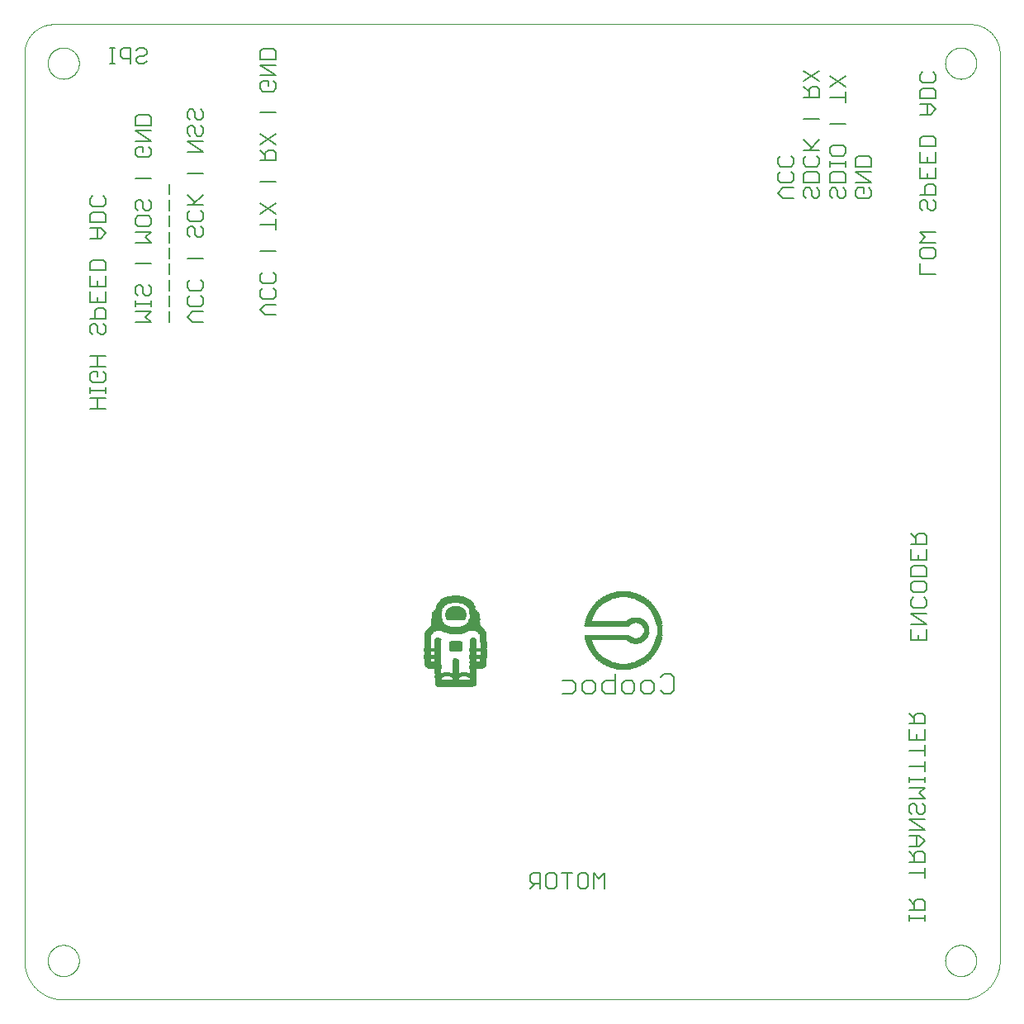
<source format=gbo>
G75*
%MOIN*%
%OFA0B0*%
%FSLAX25Y25*%
%IPPOS*%
%LPD*%
%AMOC8*
5,1,8,0,0,1.08239X$1,22.5*
%
%ADD10C,0.00000*%
%ADD11C,0.00600*%
%ADD12C,0.00700*%
%ADD13R,0.04271X0.00134*%
%ADD14R,0.05872X0.00133*%
%ADD15R,0.07207X0.00133*%
%ADD16R,0.08275X0.00133*%
%ADD17R,0.09076X0.00133*%
%ADD18R,0.10143X0.00133*%
%ADD19R,0.10944X0.00133*%
%ADD20R,0.11478X0.00133*%
%ADD21R,0.12279X0.00134*%
%ADD22R,0.12813X0.00133*%
%ADD23R,0.13346X0.00133*%
%ADD24R,0.13880X0.00133*%
%ADD25R,0.14414X0.00134*%
%ADD26R,0.14948X0.00133*%
%ADD27R,0.15482X0.00133*%
%ADD28R,0.16016X0.00133*%
%ADD29R,0.07207X0.00133*%
%ADD30R,0.06539X0.00133*%
%ADD31R,0.06540X0.00133*%
%ADD32R,0.06140X0.00133*%
%ADD33R,0.06139X0.00133*%
%ADD34R,0.05739X0.00133*%
%ADD35R,0.05472X0.00133*%
%ADD36R,0.05205X0.00133*%
%ADD37R,0.04938X0.00133*%
%ADD38R,0.04939X0.00133*%
%ADD39R,0.04671X0.00133*%
%ADD40R,0.04672X0.00133*%
%ADD41R,0.04538X0.00133*%
%ADD42R,0.04538X0.00133*%
%ADD43R,0.04404X0.00133*%
%ADD44R,0.04270X0.00133*%
%ADD45R,0.04137X0.00133*%
%ADD46R,0.04004X0.00133*%
%ADD47R,0.04004X0.00133*%
%ADD48R,0.03871X0.00133*%
%ADD49R,0.03870X0.00133*%
%ADD50R,0.03737X0.00133*%
%ADD51R,0.03737X0.00133*%
%ADD52R,0.03603X0.00133*%
%ADD53R,0.03604X0.00133*%
%ADD54R,0.03603X0.00133*%
%ADD55R,0.03604X0.00133*%
%ADD56R,0.03470X0.00134*%
%ADD57R,0.03470X0.00133*%
%ADD58R,0.03337X0.00133*%
%ADD59R,0.03337X0.00133*%
%ADD60R,0.03336X0.00133*%
%ADD61R,0.03337X0.00133*%
%ADD62R,0.03337X0.00134*%
%ADD63R,0.03204X0.00133*%
%ADD64R,0.03203X0.00133*%
%ADD65R,0.03070X0.00133*%
%ADD66R,0.03070X0.00133*%
%ADD67R,0.03069X0.00133*%
%ADD68R,0.02936X0.00133*%
%ADD69R,0.02937X0.00133*%
%ADD70R,0.02936X0.00133*%
%ADD71R,0.02803X0.00133*%
%ADD72R,0.02803X0.00133*%
%ADD73R,0.02802X0.00133*%
%ADD74R,0.02803X0.00133*%
%ADD75R,0.02803X0.00134*%
%ADD76R,0.02669X0.00133*%
%ADD77R,0.02669X0.00133*%
%ADD78R,0.02669X0.00133*%
%ADD79R,0.02669X0.00133*%
%ADD80R,0.02669X0.00134*%
%ADD81R,0.02669X0.00134*%
%ADD82R,0.02670X0.00133*%
%ADD83R,0.02536X0.00133*%
%ADD84R,0.02136X0.00133*%
%ADD85R,0.03203X0.00133*%
%ADD86R,0.04004X0.00133*%
%ADD87R,0.02536X0.00133*%
%ADD88R,0.04538X0.00133*%
%ADD89R,0.02536X0.00134*%
%ADD90R,0.05072X0.00134*%
%ADD91R,0.02403X0.00133*%
%ADD92R,0.05606X0.00133*%
%ADD93R,0.02402X0.00133*%
%ADD94R,0.06006X0.00133*%
%ADD95R,0.02402X0.00133*%
%ADD96R,0.06406X0.00133*%
%ADD97R,0.06673X0.00133*%
%ADD98R,0.06940X0.00133*%
%ADD99R,0.02536X0.00133*%
%ADD100R,0.07341X0.00133*%
%ADD101R,0.24157X0.00133*%
%ADD102R,0.24291X0.00133*%
%ADD103R,0.24557X0.00133*%
%ADD104R,0.02403X0.00133*%
%ADD105R,0.24691X0.00133*%
%ADD106R,0.02403X0.00134*%
%ADD107R,0.04138X0.00134*%
%ADD108R,0.20420X0.00134*%
%ADD109R,0.19887X0.00133*%
%ADD110R,0.02269X0.00133*%
%ADD111R,0.19486X0.00133*%
%ADD112R,0.19352X0.00133*%
%ADD113R,0.19086X0.00133*%
%ADD114R,0.18819X0.00133*%
%ADD115R,0.18552X0.00133*%
%ADD116R,0.02535X0.00133*%
%ADD117R,0.18419X0.00133*%
%ADD118R,0.18285X0.00133*%
%ADD119R,0.18284X0.00133*%
%ADD120R,0.02135X0.00133*%
%ADD121R,0.02269X0.00133*%
%ADD122R,0.02135X0.00133*%
%ADD123R,0.02002X0.00133*%
%ADD124R,0.02269X0.00133*%
%ADD125R,0.18151X0.00133*%
%ADD126R,0.02269X0.00134*%
%ADD127R,0.18151X0.00134*%
%ADD128R,0.18418X0.00133*%
%ADD129R,0.18685X0.00133*%
%ADD130R,0.18952X0.00133*%
%ADD131R,0.19619X0.00133*%
%ADD132R,0.03737X0.00133*%
%ADD133R,0.20020X0.00133*%
%ADD134R,0.24825X0.00133*%
%ADD135R,0.24691X0.00133*%
%ADD136R,0.07741X0.00133*%
%ADD137R,0.07474X0.00133*%
%ADD138R,0.05872X0.00133*%
%ADD139R,0.05339X0.00133*%
%ADD140R,0.04939X0.00134*%
%ADD141R,0.04271X0.00133*%
%ADD142R,0.03336X0.00133*%
%ADD143R,0.14414X0.00133*%
%ADD144R,0.13880X0.00133*%
%ADD145R,0.12279X0.00133*%
%ADD146R,0.11478X0.00133*%
%ADD147R,0.14606X0.00055*%
%ADD148R,0.15047X0.00055*%
%ADD149R,0.15268X0.00055*%
%ADD150R,0.15433X0.00055*%
%ADD151R,0.15598X0.00055*%
%ADD152R,0.15764X0.00055*%
%ADD153R,0.15874X0.00055*%
%ADD154R,0.16039X0.00055*%
%ADD155R,0.16150X0.00055*%
%ADD156R,0.16260X0.00055*%
%ADD157R,0.16315X0.00055*%
%ADD158R,0.16370X0.00055*%
%ADD159R,0.16480X0.00055*%
%ADD160R,0.16535X0.00055*%
%ADD161R,0.16591X0.00055*%
%ADD162R,0.16646X0.00055*%
%ADD163R,0.16701X0.00055*%
%ADD164R,0.16756X0.00055*%
%ADD165R,0.16811X0.00055*%
%ADD166R,0.02811X0.00055*%
%ADD167R,0.02756X0.00055*%
%ADD168R,0.02701X0.00055*%
%ADD169R,0.02866X0.00055*%
%ADD170R,0.03031X0.00055*%
%ADD171R,0.02921X0.00055*%
%ADD172R,0.03307X0.00055*%
%ADD173R,0.03142X0.00055*%
%ADD174R,0.03528X0.00055*%
%ADD175R,0.03252X0.00055*%
%ADD176R,0.03748X0.00055*%
%ADD177R,0.03417X0.00055*%
%ADD178R,0.04079X0.00055*%
%ADD179R,0.04299X0.00055*%
%ADD180R,0.03583X0.00055*%
%ADD181R,0.03693X0.00055*%
%ADD182R,0.04630X0.00055*%
%ADD183R,0.03858X0.00055*%
%ADD184R,0.04961X0.00055*%
%ADD185R,0.03913X0.00055*%
%ADD186R,0.05402X0.00055*%
%ADD187R,0.05953X0.00055*%
%ADD188R,0.04354X0.00055*%
%ADD189R,0.16866X0.00055*%
%ADD190R,0.04024X0.00055*%
%ADD191R,0.03638X0.00055*%
%ADD192R,0.02425X0.00055*%
%ADD193R,0.02480X0.00055*%
%ADD194R,0.01929X0.00055*%
%ADD195R,0.02039X0.00055*%
%ADD196R,0.01047X0.00055*%
%ADD197R,0.01157X0.00055*%
%ADD198R,0.04134X0.00055*%
%ADD199R,0.05181X0.00055*%
%ADD200R,0.05126X0.00055*%
%ADD201R,0.05291X0.00055*%
%ADD202R,0.05457X0.00055*%
%ADD203R,0.05567X0.00055*%
%ADD204R,0.05512X0.00055*%
%ADD205R,0.05622X0.00055*%
%ADD206R,0.05732X0.00055*%
%ADD207R,0.05843X0.00055*%
%ADD208R,0.05787X0.00055*%
%ADD209R,0.05898X0.00055*%
%ADD210R,0.06008X0.00055*%
%ADD211R,0.06063X0.00055*%
%ADD212R,0.06118X0.00055*%
%ADD213R,0.06173X0.00055*%
%ADD214R,0.06283X0.00055*%
%ADD215R,0.06228X0.00055*%
%ADD216R,0.06339X0.00055*%
%ADD217R,0.06394X0.00055*%
%ADD218R,0.06449X0.00055*%
%ADD219R,0.06504X0.00055*%
%ADD220R,0.06559X0.00055*%
%ADD221R,0.06614X0.00055*%
%ADD222R,0.06669X0.00055*%
%ADD223R,0.06724X0.00055*%
%ADD224R,0.06780X0.00055*%
%ADD225R,0.06835X0.00055*%
%ADD226R,0.06890X0.00055*%
%ADD227R,0.06945X0.00055*%
%ADD228R,0.07000X0.00055*%
%ADD229R,0.02976X0.00055*%
%ADD230R,0.02646X0.00055*%
%ADD231R,0.02591X0.00055*%
%ADD232R,0.02535X0.00055*%
%ADD233R,0.02370X0.00055*%
%ADD234R,0.02260X0.00055*%
%ADD235R,0.02150X0.00055*%
%ADD236R,0.01819X0.00055*%
%ADD237R,0.01709X0.00055*%
%ADD238R,0.01598X0.00055*%
%ADD239R,0.01433X0.00055*%
%ADD240R,0.01213X0.00055*%
%ADD241R,0.00992X0.00055*%
%ADD242R,0.00606X0.00055*%
%ADD243R,0.07055X0.00055*%
%ADD244R,0.04189X0.00055*%
%ADD245R,0.04409X0.00055*%
%ADD246R,0.04520X0.00055*%
%ADD247R,0.04740X0.00055*%
%ADD248R,0.04850X0.00055*%
%ADD249R,0.05071X0.00055*%
%ADD250R,0.05346X0.00055*%
%ADD251R,0.05236X0.00055*%
%ADD252R,0.05016X0.00055*%
%ADD253R,0.04906X0.00055*%
%ADD254R,0.04795X0.00055*%
%ADD255R,0.04685X0.00055*%
%ADD256R,0.03969X0.00055*%
%ADD257R,0.02315X0.00055*%
%ADD258R,0.02205X0.00055*%
%ADD259R,0.02094X0.00055*%
%ADD260R,0.01984X0.00055*%
%ADD261R,0.01874X0.00055*%
%ADD262R,0.01764X0.00055*%
%ADD263R,0.01268X0.00055*%
%ADD264R,0.00937X0.00055*%
%ADD265R,0.00717X0.00055*%
%ADD266R,0.00551X0.00055*%
%ADD267R,0.00055X0.00055*%
%ADD268R,0.04244X0.00055*%
%ADD269R,0.03087X0.00055*%
%ADD270R,0.07331X0.00055*%
%ADD271R,0.07661X0.00055*%
%ADD272R,0.03197X0.00055*%
%ADD273R,0.07937X0.00055*%
%ADD274R,0.08268X0.00055*%
%ADD275R,0.08488X0.00055*%
%ADD276R,0.08764X0.00055*%
%ADD277R,0.03362X0.00055*%
%ADD278R,0.09039X0.00055*%
%ADD279R,0.09260X0.00055*%
%ADD280R,0.03472X0.00055*%
%ADD281R,0.09480X0.00055*%
%ADD282R,0.09701X0.00055*%
%ADD283R,0.09866X0.00055*%
%ADD284R,0.10031X0.00055*%
%ADD285R,0.03803X0.00055*%
%ADD286R,0.10252X0.00055*%
%ADD287R,0.10472X0.00055*%
%ADD288R,0.10638X0.00055*%
%ADD289R,0.10858X0.00055*%
%ADD290R,0.17307X0.00055*%
%ADD291R,0.23591X0.00055*%
%ADD292R,0.23480X0.00055*%
%ADD293R,0.23370X0.00055*%
%ADD294R,0.23260X0.00055*%
%ADD295R,0.23150X0.00055*%
%ADD296R,0.23039X0.00055*%
%ADD297R,0.22929X0.00055*%
%ADD298R,0.22819X0.00055*%
%ADD299R,0.22709X0.00055*%
%ADD300R,0.22598X0.00055*%
%ADD301R,0.22488X0.00055*%
%ADD302R,0.22378X0.00055*%
%ADD303R,0.22268X0.00055*%
%ADD304R,0.22157X0.00055*%
%ADD305R,0.22047X0.00055*%
%ADD306R,0.21937X0.00055*%
%ADD307R,0.21827X0.00055*%
%ADD308R,0.21717X0.00055*%
%ADD309R,0.21606X0.00055*%
%ADD310R,0.21496X0.00055*%
%ADD311R,0.21386X0.00055*%
%ADD312R,0.21276X0.00055*%
%ADD313R,0.08654X0.00055*%
%ADD314R,0.08323X0.00055*%
%ADD315R,0.07992X0.00055*%
%ADD316R,0.07772X0.00055*%
%ADD317R,0.07496X0.00055*%
%ADD318R,0.07386X0.00055*%
%ADD319R,0.07276X0.00055*%
%ADD320R,0.07165X0.00055*%
%ADD321R,0.05677X0.00055*%
%ADD322R,0.04575X0.00055*%
%ADD323R,0.04465X0.00055*%
%ADD324R,0.07110X0.00055*%
%ADD325R,0.07551X0.00055*%
%ADD326R,0.07827X0.00055*%
%ADD327R,0.08047X0.00055*%
%ADD328R,0.08102X0.00055*%
%ADD329R,0.08157X0.00055*%
%ADD330R,0.08378X0.00055*%
%ADD331R,0.08213X0.00055*%
%ADD332R,0.07882X0.00055*%
%ADD333R,0.07441X0.00055*%
%ADD334R,0.07220X0.00055*%
%ADD335R,0.13835X0.00055*%
%ADD336R,0.13780X0.00055*%
%ADD337R,0.13724X0.00055*%
%ADD338R,0.13614X0.00055*%
%ADD339R,0.13504X0.00055*%
%ADD340R,0.13394X0.00055*%
%ADD341R,0.13283X0.00055*%
%ADD342R,0.13173X0.00055*%
%ADD343R,0.13063X0.00055*%
%ADD344R,0.12953X0.00055*%
%ADD345R,0.12843X0.00055*%
%ADD346R,0.12732X0.00055*%
%ADD347R,0.12622X0.00055*%
%ADD348R,0.12512X0.00055*%
%ADD349R,0.12402X0.00055*%
%ADD350R,0.12236X0.00055*%
%ADD351R,0.12126X0.00055*%
%ADD352R,0.12016X0.00055*%
%ADD353R,0.11906X0.00055*%
%ADD354R,0.11740X0.00055*%
%ADD355R,0.11575X0.00055*%
%ADD356R,0.11465X0.00055*%
%ADD357R,0.11299X0.00055*%
%ADD358R,0.11134X0.00055*%
%ADD359R,0.11024X0.00055*%
%ADD360R,0.10803X0.00055*%
%ADD361R,0.10693X0.00055*%
%ADD362R,0.10307X0.00055*%
%ADD363R,0.10142X0.00055*%
%ADD364R,0.09921X0.00055*%
%ADD365R,0.09315X0.00055*%
%ADD366R,0.08819X0.00055*%
%ADD367R,0.08598X0.00055*%
D10*
X0001800Y0017548D02*
X0001800Y0383690D01*
X0001803Y0383975D01*
X0001814Y0384261D01*
X0001831Y0384546D01*
X0001855Y0384830D01*
X0001886Y0385114D01*
X0001924Y0385397D01*
X0001969Y0385678D01*
X0002020Y0385959D01*
X0002078Y0386239D01*
X0002143Y0386517D01*
X0002215Y0386793D01*
X0002293Y0387067D01*
X0002378Y0387340D01*
X0002470Y0387610D01*
X0002568Y0387878D01*
X0002672Y0388144D01*
X0002783Y0388407D01*
X0002900Y0388667D01*
X0003023Y0388925D01*
X0003153Y0389179D01*
X0003289Y0389430D01*
X0003430Y0389678D01*
X0003578Y0389922D01*
X0003731Y0390163D01*
X0003891Y0390399D01*
X0004056Y0390632D01*
X0004226Y0390861D01*
X0004402Y0391086D01*
X0004584Y0391306D01*
X0004770Y0391522D01*
X0004962Y0391733D01*
X0005159Y0391940D01*
X0005361Y0392142D01*
X0005568Y0392339D01*
X0005779Y0392531D01*
X0005995Y0392717D01*
X0006215Y0392899D01*
X0006440Y0393075D01*
X0006669Y0393245D01*
X0006902Y0393410D01*
X0007138Y0393570D01*
X0007379Y0393723D01*
X0007623Y0393871D01*
X0007871Y0394012D01*
X0008122Y0394148D01*
X0008376Y0394278D01*
X0008634Y0394401D01*
X0008894Y0394518D01*
X0009157Y0394629D01*
X0009423Y0394733D01*
X0009691Y0394831D01*
X0009961Y0394923D01*
X0010234Y0395008D01*
X0010508Y0395086D01*
X0010784Y0395158D01*
X0011062Y0395223D01*
X0011342Y0395281D01*
X0011623Y0395332D01*
X0011904Y0395377D01*
X0012187Y0395415D01*
X0012471Y0395446D01*
X0012755Y0395470D01*
X0013040Y0395487D01*
X0013326Y0395498D01*
X0013611Y0395501D01*
X0383690Y0395501D01*
X0383975Y0395498D01*
X0384261Y0395487D01*
X0384546Y0395470D01*
X0384830Y0395446D01*
X0385114Y0395415D01*
X0385397Y0395377D01*
X0385678Y0395332D01*
X0385959Y0395281D01*
X0386239Y0395223D01*
X0386517Y0395158D01*
X0386793Y0395086D01*
X0387067Y0395008D01*
X0387340Y0394923D01*
X0387610Y0394831D01*
X0387878Y0394733D01*
X0388144Y0394629D01*
X0388407Y0394518D01*
X0388667Y0394401D01*
X0388925Y0394278D01*
X0389179Y0394148D01*
X0389430Y0394012D01*
X0389678Y0393871D01*
X0389922Y0393723D01*
X0390163Y0393570D01*
X0390399Y0393410D01*
X0390632Y0393245D01*
X0390861Y0393075D01*
X0391086Y0392899D01*
X0391306Y0392717D01*
X0391522Y0392531D01*
X0391733Y0392339D01*
X0391940Y0392142D01*
X0392142Y0391940D01*
X0392339Y0391733D01*
X0392531Y0391522D01*
X0392717Y0391306D01*
X0392899Y0391086D01*
X0393075Y0390861D01*
X0393245Y0390632D01*
X0393410Y0390399D01*
X0393570Y0390163D01*
X0393723Y0389922D01*
X0393871Y0389678D01*
X0394012Y0389430D01*
X0394148Y0389179D01*
X0394278Y0388925D01*
X0394401Y0388667D01*
X0394518Y0388407D01*
X0394629Y0388144D01*
X0394733Y0387878D01*
X0394831Y0387610D01*
X0394923Y0387340D01*
X0395008Y0387067D01*
X0395086Y0386793D01*
X0395158Y0386517D01*
X0395223Y0386239D01*
X0395281Y0385959D01*
X0395332Y0385678D01*
X0395377Y0385397D01*
X0395415Y0385114D01*
X0395446Y0384830D01*
X0395470Y0384546D01*
X0395487Y0384261D01*
X0395498Y0383975D01*
X0395501Y0383690D01*
X0395501Y0017548D01*
X0373454Y0017548D02*
X0373456Y0017706D01*
X0373462Y0017864D01*
X0373472Y0018022D01*
X0373486Y0018180D01*
X0373504Y0018337D01*
X0373525Y0018494D01*
X0373551Y0018650D01*
X0373581Y0018806D01*
X0373614Y0018961D01*
X0373652Y0019114D01*
X0373693Y0019267D01*
X0373738Y0019419D01*
X0373787Y0019570D01*
X0373840Y0019719D01*
X0373896Y0019867D01*
X0373956Y0020013D01*
X0374020Y0020158D01*
X0374088Y0020301D01*
X0374159Y0020443D01*
X0374233Y0020583D01*
X0374311Y0020720D01*
X0374393Y0020856D01*
X0374477Y0020990D01*
X0374566Y0021121D01*
X0374657Y0021250D01*
X0374752Y0021377D01*
X0374849Y0021502D01*
X0374950Y0021624D01*
X0375054Y0021743D01*
X0375161Y0021860D01*
X0375271Y0021974D01*
X0375384Y0022085D01*
X0375499Y0022194D01*
X0375617Y0022299D01*
X0375738Y0022401D01*
X0375861Y0022501D01*
X0375987Y0022597D01*
X0376115Y0022690D01*
X0376245Y0022780D01*
X0376378Y0022866D01*
X0376513Y0022950D01*
X0376649Y0023029D01*
X0376788Y0023106D01*
X0376929Y0023178D01*
X0377071Y0023248D01*
X0377215Y0023313D01*
X0377361Y0023375D01*
X0377508Y0023433D01*
X0377657Y0023488D01*
X0377807Y0023539D01*
X0377958Y0023586D01*
X0378110Y0023629D01*
X0378263Y0023668D01*
X0378418Y0023704D01*
X0378573Y0023735D01*
X0378729Y0023763D01*
X0378885Y0023787D01*
X0379042Y0023807D01*
X0379200Y0023823D01*
X0379357Y0023835D01*
X0379516Y0023843D01*
X0379674Y0023847D01*
X0379832Y0023847D01*
X0379990Y0023843D01*
X0380149Y0023835D01*
X0380306Y0023823D01*
X0380464Y0023807D01*
X0380621Y0023787D01*
X0380777Y0023763D01*
X0380933Y0023735D01*
X0381088Y0023704D01*
X0381243Y0023668D01*
X0381396Y0023629D01*
X0381548Y0023586D01*
X0381699Y0023539D01*
X0381849Y0023488D01*
X0381998Y0023433D01*
X0382145Y0023375D01*
X0382291Y0023313D01*
X0382435Y0023248D01*
X0382577Y0023178D01*
X0382718Y0023106D01*
X0382857Y0023029D01*
X0382993Y0022950D01*
X0383128Y0022866D01*
X0383261Y0022780D01*
X0383391Y0022690D01*
X0383519Y0022597D01*
X0383645Y0022501D01*
X0383768Y0022401D01*
X0383889Y0022299D01*
X0384007Y0022194D01*
X0384122Y0022085D01*
X0384235Y0021974D01*
X0384345Y0021860D01*
X0384452Y0021743D01*
X0384556Y0021624D01*
X0384657Y0021502D01*
X0384754Y0021377D01*
X0384849Y0021250D01*
X0384940Y0021121D01*
X0385029Y0020990D01*
X0385113Y0020856D01*
X0385195Y0020720D01*
X0385273Y0020583D01*
X0385347Y0020443D01*
X0385418Y0020301D01*
X0385486Y0020158D01*
X0385550Y0020013D01*
X0385610Y0019867D01*
X0385666Y0019719D01*
X0385719Y0019570D01*
X0385768Y0019419D01*
X0385813Y0019267D01*
X0385854Y0019114D01*
X0385892Y0018961D01*
X0385925Y0018806D01*
X0385955Y0018650D01*
X0385981Y0018494D01*
X0386002Y0018337D01*
X0386020Y0018180D01*
X0386034Y0018022D01*
X0386044Y0017864D01*
X0386050Y0017706D01*
X0386052Y0017548D01*
X0386050Y0017390D01*
X0386044Y0017232D01*
X0386034Y0017074D01*
X0386020Y0016916D01*
X0386002Y0016759D01*
X0385981Y0016602D01*
X0385955Y0016446D01*
X0385925Y0016290D01*
X0385892Y0016135D01*
X0385854Y0015982D01*
X0385813Y0015829D01*
X0385768Y0015677D01*
X0385719Y0015526D01*
X0385666Y0015377D01*
X0385610Y0015229D01*
X0385550Y0015083D01*
X0385486Y0014938D01*
X0385418Y0014795D01*
X0385347Y0014653D01*
X0385273Y0014513D01*
X0385195Y0014376D01*
X0385113Y0014240D01*
X0385029Y0014106D01*
X0384940Y0013975D01*
X0384849Y0013846D01*
X0384754Y0013719D01*
X0384657Y0013594D01*
X0384556Y0013472D01*
X0384452Y0013353D01*
X0384345Y0013236D01*
X0384235Y0013122D01*
X0384122Y0013011D01*
X0384007Y0012902D01*
X0383889Y0012797D01*
X0383768Y0012695D01*
X0383645Y0012595D01*
X0383519Y0012499D01*
X0383391Y0012406D01*
X0383261Y0012316D01*
X0383128Y0012230D01*
X0382993Y0012146D01*
X0382857Y0012067D01*
X0382718Y0011990D01*
X0382577Y0011918D01*
X0382435Y0011848D01*
X0382291Y0011783D01*
X0382145Y0011721D01*
X0381998Y0011663D01*
X0381849Y0011608D01*
X0381699Y0011557D01*
X0381548Y0011510D01*
X0381396Y0011467D01*
X0381243Y0011428D01*
X0381088Y0011392D01*
X0380933Y0011361D01*
X0380777Y0011333D01*
X0380621Y0011309D01*
X0380464Y0011289D01*
X0380306Y0011273D01*
X0380149Y0011261D01*
X0379990Y0011253D01*
X0379832Y0011249D01*
X0379674Y0011249D01*
X0379516Y0011253D01*
X0379357Y0011261D01*
X0379200Y0011273D01*
X0379042Y0011289D01*
X0378885Y0011309D01*
X0378729Y0011333D01*
X0378573Y0011361D01*
X0378418Y0011392D01*
X0378263Y0011428D01*
X0378110Y0011467D01*
X0377958Y0011510D01*
X0377807Y0011557D01*
X0377657Y0011608D01*
X0377508Y0011663D01*
X0377361Y0011721D01*
X0377215Y0011783D01*
X0377071Y0011848D01*
X0376929Y0011918D01*
X0376788Y0011990D01*
X0376649Y0012067D01*
X0376513Y0012146D01*
X0376378Y0012230D01*
X0376245Y0012316D01*
X0376115Y0012406D01*
X0375987Y0012499D01*
X0375861Y0012595D01*
X0375738Y0012695D01*
X0375617Y0012797D01*
X0375499Y0012902D01*
X0375384Y0013011D01*
X0375271Y0013122D01*
X0375161Y0013236D01*
X0375054Y0013353D01*
X0374950Y0013472D01*
X0374849Y0013594D01*
X0374752Y0013719D01*
X0374657Y0013846D01*
X0374566Y0013975D01*
X0374477Y0014106D01*
X0374393Y0014240D01*
X0374311Y0014376D01*
X0374233Y0014513D01*
X0374159Y0014653D01*
X0374088Y0014795D01*
X0374020Y0014938D01*
X0373956Y0015083D01*
X0373896Y0015229D01*
X0373840Y0015377D01*
X0373787Y0015526D01*
X0373738Y0015677D01*
X0373693Y0015829D01*
X0373652Y0015982D01*
X0373614Y0016135D01*
X0373581Y0016290D01*
X0373551Y0016446D01*
X0373525Y0016602D01*
X0373504Y0016759D01*
X0373486Y0016916D01*
X0373472Y0017074D01*
X0373462Y0017232D01*
X0373456Y0017390D01*
X0373454Y0017548D01*
X0379753Y0001800D02*
X0380134Y0001805D01*
X0380514Y0001818D01*
X0380894Y0001841D01*
X0381273Y0001874D01*
X0381651Y0001915D01*
X0382028Y0001965D01*
X0382404Y0002025D01*
X0382779Y0002093D01*
X0383151Y0002171D01*
X0383522Y0002258D01*
X0383890Y0002353D01*
X0384256Y0002458D01*
X0384619Y0002571D01*
X0384980Y0002693D01*
X0385337Y0002823D01*
X0385691Y0002963D01*
X0386042Y0003110D01*
X0386389Y0003267D01*
X0386732Y0003431D01*
X0387071Y0003604D01*
X0387406Y0003785D01*
X0387737Y0003974D01*
X0388062Y0004171D01*
X0388383Y0004375D01*
X0388699Y0004588D01*
X0389009Y0004808D01*
X0389315Y0005035D01*
X0389614Y0005270D01*
X0389908Y0005512D01*
X0390196Y0005760D01*
X0390478Y0006016D01*
X0390753Y0006279D01*
X0391022Y0006548D01*
X0391285Y0006823D01*
X0391541Y0007105D01*
X0391789Y0007393D01*
X0392031Y0007687D01*
X0392266Y0007986D01*
X0392493Y0008292D01*
X0392713Y0008602D01*
X0392926Y0008918D01*
X0393130Y0009239D01*
X0393327Y0009564D01*
X0393516Y0009895D01*
X0393697Y0010230D01*
X0393870Y0010569D01*
X0394034Y0010912D01*
X0394191Y0011259D01*
X0394338Y0011610D01*
X0394478Y0011964D01*
X0394608Y0012321D01*
X0394730Y0012682D01*
X0394843Y0013045D01*
X0394948Y0013411D01*
X0395043Y0013779D01*
X0395130Y0014150D01*
X0395208Y0014522D01*
X0395276Y0014897D01*
X0395336Y0015273D01*
X0395386Y0015650D01*
X0395427Y0016028D01*
X0395460Y0016407D01*
X0395483Y0016787D01*
X0395496Y0017167D01*
X0395501Y0017548D01*
X0379753Y0001800D02*
X0017548Y0001800D01*
X0011249Y0017548D02*
X0011251Y0017706D01*
X0011257Y0017864D01*
X0011267Y0018022D01*
X0011281Y0018180D01*
X0011299Y0018337D01*
X0011320Y0018494D01*
X0011346Y0018650D01*
X0011376Y0018806D01*
X0011409Y0018961D01*
X0011447Y0019114D01*
X0011488Y0019267D01*
X0011533Y0019419D01*
X0011582Y0019570D01*
X0011635Y0019719D01*
X0011691Y0019867D01*
X0011751Y0020013D01*
X0011815Y0020158D01*
X0011883Y0020301D01*
X0011954Y0020443D01*
X0012028Y0020583D01*
X0012106Y0020720D01*
X0012188Y0020856D01*
X0012272Y0020990D01*
X0012361Y0021121D01*
X0012452Y0021250D01*
X0012547Y0021377D01*
X0012644Y0021502D01*
X0012745Y0021624D01*
X0012849Y0021743D01*
X0012956Y0021860D01*
X0013066Y0021974D01*
X0013179Y0022085D01*
X0013294Y0022194D01*
X0013412Y0022299D01*
X0013533Y0022401D01*
X0013656Y0022501D01*
X0013782Y0022597D01*
X0013910Y0022690D01*
X0014040Y0022780D01*
X0014173Y0022866D01*
X0014308Y0022950D01*
X0014444Y0023029D01*
X0014583Y0023106D01*
X0014724Y0023178D01*
X0014866Y0023248D01*
X0015010Y0023313D01*
X0015156Y0023375D01*
X0015303Y0023433D01*
X0015452Y0023488D01*
X0015602Y0023539D01*
X0015753Y0023586D01*
X0015905Y0023629D01*
X0016058Y0023668D01*
X0016213Y0023704D01*
X0016368Y0023735D01*
X0016524Y0023763D01*
X0016680Y0023787D01*
X0016837Y0023807D01*
X0016995Y0023823D01*
X0017152Y0023835D01*
X0017311Y0023843D01*
X0017469Y0023847D01*
X0017627Y0023847D01*
X0017785Y0023843D01*
X0017944Y0023835D01*
X0018101Y0023823D01*
X0018259Y0023807D01*
X0018416Y0023787D01*
X0018572Y0023763D01*
X0018728Y0023735D01*
X0018883Y0023704D01*
X0019038Y0023668D01*
X0019191Y0023629D01*
X0019343Y0023586D01*
X0019494Y0023539D01*
X0019644Y0023488D01*
X0019793Y0023433D01*
X0019940Y0023375D01*
X0020086Y0023313D01*
X0020230Y0023248D01*
X0020372Y0023178D01*
X0020513Y0023106D01*
X0020652Y0023029D01*
X0020788Y0022950D01*
X0020923Y0022866D01*
X0021056Y0022780D01*
X0021186Y0022690D01*
X0021314Y0022597D01*
X0021440Y0022501D01*
X0021563Y0022401D01*
X0021684Y0022299D01*
X0021802Y0022194D01*
X0021917Y0022085D01*
X0022030Y0021974D01*
X0022140Y0021860D01*
X0022247Y0021743D01*
X0022351Y0021624D01*
X0022452Y0021502D01*
X0022549Y0021377D01*
X0022644Y0021250D01*
X0022735Y0021121D01*
X0022824Y0020990D01*
X0022908Y0020856D01*
X0022990Y0020720D01*
X0023068Y0020583D01*
X0023142Y0020443D01*
X0023213Y0020301D01*
X0023281Y0020158D01*
X0023345Y0020013D01*
X0023405Y0019867D01*
X0023461Y0019719D01*
X0023514Y0019570D01*
X0023563Y0019419D01*
X0023608Y0019267D01*
X0023649Y0019114D01*
X0023687Y0018961D01*
X0023720Y0018806D01*
X0023750Y0018650D01*
X0023776Y0018494D01*
X0023797Y0018337D01*
X0023815Y0018180D01*
X0023829Y0018022D01*
X0023839Y0017864D01*
X0023845Y0017706D01*
X0023847Y0017548D01*
X0023845Y0017390D01*
X0023839Y0017232D01*
X0023829Y0017074D01*
X0023815Y0016916D01*
X0023797Y0016759D01*
X0023776Y0016602D01*
X0023750Y0016446D01*
X0023720Y0016290D01*
X0023687Y0016135D01*
X0023649Y0015982D01*
X0023608Y0015829D01*
X0023563Y0015677D01*
X0023514Y0015526D01*
X0023461Y0015377D01*
X0023405Y0015229D01*
X0023345Y0015083D01*
X0023281Y0014938D01*
X0023213Y0014795D01*
X0023142Y0014653D01*
X0023068Y0014513D01*
X0022990Y0014376D01*
X0022908Y0014240D01*
X0022824Y0014106D01*
X0022735Y0013975D01*
X0022644Y0013846D01*
X0022549Y0013719D01*
X0022452Y0013594D01*
X0022351Y0013472D01*
X0022247Y0013353D01*
X0022140Y0013236D01*
X0022030Y0013122D01*
X0021917Y0013011D01*
X0021802Y0012902D01*
X0021684Y0012797D01*
X0021563Y0012695D01*
X0021440Y0012595D01*
X0021314Y0012499D01*
X0021186Y0012406D01*
X0021056Y0012316D01*
X0020923Y0012230D01*
X0020788Y0012146D01*
X0020652Y0012067D01*
X0020513Y0011990D01*
X0020372Y0011918D01*
X0020230Y0011848D01*
X0020086Y0011783D01*
X0019940Y0011721D01*
X0019793Y0011663D01*
X0019644Y0011608D01*
X0019494Y0011557D01*
X0019343Y0011510D01*
X0019191Y0011467D01*
X0019038Y0011428D01*
X0018883Y0011392D01*
X0018728Y0011361D01*
X0018572Y0011333D01*
X0018416Y0011309D01*
X0018259Y0011289D01*
X0018101Y0011273D01*
X0017944Y0011261D01*
X0017785Y0011253D01*
X0017627Y0011249D01*
X0017469Y0011249D01*
X0017311Y0011253D01*
X0017152Y0011261D01*
X0016995Y0011273D01*
X0016837Y0011289D01*
X0016680Y0011309D01*
X0016524Y0011333D01*
X0016368Y0011361D01*
X0016213Y0011392D01*
X0016058Y0011428D01*
X0015905Y0011467D01*
X0015753Y0011510D01*
X0015602Y0011557D01*
X0015452Y0011608D01*
X0015303Y0011663D01*
X0015156Y0011721D01*
X0015010Y0011783D01*
X0014866Y0011848D01*
X0014724Y0011918D01*
X0014583Y0011990D01*
X0014444Y0012067D01*
X0014308Y0012146D01*
X0014173Y0012230D01*
X0014040Y0012316D01*
X0013910Y0012406D01*
X0013782Y0012499D01*
X0013656Y0012595D01*
X0013533Y0012695D01*
X0013412Y0012797D01*
X0013294Y0012902D01*
X0013179Y0013011D01*
X0013066Y0013122D01*
X0012956Y0013236D01*
X0012849Y0013353D01*
X0012745Y0013472D01*
X0012644Y0013594D01*
X0012547Y0013719D01*
X0012452Y0013846D01*
X0012361Y0013975D01*
X0012272Y0014106D01*
X0012188Y0014240D01*
X0012106Y0014376D01*
X0012028Y0014513D01*
X0011954Y0014653D01*
X0011883Y0014795D01*
X0011815Y0014938D01*
X0011751Y0015083D01*
X0011691Y0015229D01*
X0011635Y0015377D01*
X0011582Y0015526D01*
X0011533Y0015677D01*
X0011488Y0015829D01*
X0011447Y0015982D01*
X0011409Y0016135D01*
X0011376Y0016290D01*
X0011346Y0016446D01*
X0011320Y0016602D01*
X0011299Y0016759D01*
X0011281Y0016916D01*
X0011267Y0017074D01*
X0011257Y0017232D01*
X0011251Y0017390D01*
X0011249Y0017548D01*
X0001800Y0017548D02*
X0001805Y0017167D01*
X0001818Y0016787D01*
X0001841Y0016407D01*
X0001874Y0016028D01*
X0001915Y0015650D01*
X0001965Y0015273D01*
X0002025Y0014897D01*
X0002093Y0014522D01*
X0002171Y0014150D01*
X0002258Y0013779D01*
X0002353Y0013411D01*
X0002458Y0013045D01*
X0002571Y0012682D01*
X0002693Y0012321D01*
X0002823Y0011964D01*
X0002963Y0011610D01*
X0003110Y0011259D01*
X0003267Y0010912D01*
X0003431Y0010569D01*
X0003604Y0010230D01*
X0003785Y0009895D01*
X0003974Y0009564D01*
X0004171Y0009239D01*
X0004375Y0008918D01*
X0004588Y0008602D01*
X0004808Y0008292D01*
X0005035Y0007986D01*
X0005270Y0007687D01*
X0005512Y0007393D01*
X0005760Y0007105D01*
X0006016Y0006823D01*
X0006279Y0006548D01*
X0006548Y0006279D01*
X0006823Y0006016D01*
X0007105Y0005760D01*
X0007393Y0005512D01*
X0007687Y0005270D01*
X0007986Y0005035D01*
X0008292Y0004808D01*
X0008602Y0004588D01*
X0008918Y0004375D01*
X0009239Y0004171D01*
X0009564Y0003974D01*
X0009895Y0003785D01*
X0010230Y0003604D01*
X0010569Y0003431D01*
X0010912Y0003267D01*
X0011259Y0003110D01*
X0011610Y0002963D01*
X0011964Y0002823D01*
X0012321Y0002693D01*
X0012682Y0002571D01*
X0013045Y0002458D01*
X0013411Y0002353D01*
X0013779Y0002258D01*
X0014150Y0002171D01*
X0014522Y0002093D01*
X0014897Y0002025D01*
X0015273Y0001965D01*
X0015650Y0001915D01*
X0016028Y0001874D01*
X0016407Y0001841D01*
X0016787Y0001818D01*
X0017167Y0001805D01*
X0017548Y0001800D01*
X0011249Y0379753D02*
X0011251Y0379911D01*
X0011257Y0380069D01*
X0011267Y0380227D01*
X0011281Y0380385D01*
X0011299Y0380542D01*
X0011320Y0380699D01*
X0011346Y0380855D01*
X0011376Y0381011D01*
X0011409Y0381166D01*
X0011447Y0381319D01*
X0011488Y0381472D01*
X0011533Y0381624D01*
X0011582Y0381775D01*
X0011635Y0381924D01*
X0011691Y0382072D01*
X0011751Y0382218D01*
X0011815Y0382363D01*
X0011883Y0382506D01*
X0011954Y0382648D01*
X0012028Y0382788D01*
X0012106Y0382925D01*
X0012188Y0383061D01*
X0012272Y0383195D01*
X0012361Y0383326D01*
X0012452Y0383455D01*
X0012547Y0383582D01*
X0012644Y0383707D01*
X0012745Y0383829D01*
X0012849Y0383948D01*
X0012956Y0384065D01*
X0013066Y0384179D01*
X0013179Y0384290D01*
X0013294Y0384399D01*
X0013412Y0384504D01*
X0013533Y0384606D01*
X0013656Y0384706D01*
X0013782Y0384802D01*
X0013910Y0384895D01*
X0014040Y0384985D01*
X0014173Y0385071D01*
X0014308Y0385155D01*
X0014444Y0385234D01*
X0014583Y0385311D01*
X0014724Y0385383D01*
X0014866Y0385453D01*
X0015010Y0385518D01*
X0015156Y0385580D01*
X0015303Y0385638D01*
X0015452Y0385693D01*
X0015602Y0385744D01*
X0015753Y0385791D01*
X0015905Y0385834D01*
X0016058Y0385873D01*
X0016213Y0385909D01*
X0016368Y0385940D01*
X0016524Y0385968D01*
X0016680Y0385992D01*
X0016837Y0386012D01*
X0016995Y0386028D01*
X0017152Y0386040D01*
X0017311Y0386048D01*
X0017469Y0386052D01*
X0017627Y0386052D01*
X0017785Y0386048D01*
X0017944Y0386040D01*
X0018101Y0386028D01*
X0018259Y0386012D01*
X0018416Y0385992D01*
X0018572Y0385968D01*
X0018728Y0385940D01*
X0018883Y0385909D01*
X0019038Y0385873D01*
X0019191Y0385834D01*
X0019343Y0385791D01*
X0019494Y0385744D01*
X0019644Y0385693D01*
X0019793Y0385638D01*
X0019940Y0385580D01*
X0020086Y0385518D01*
X0020230Y0385453D01*
X0020372Y0385383D01*
X0020513Y0385311D01*
X0020652Y0385234D01*
X0020788Y0385155D01*
X0020923Y0385071D01*
X0021056Y0384985D01*
X0021186Y0384895D01*
X0021314Y0384802D01*
X0021440Y0384706D01*
X0021563Y0384606D01*
X0021684Y0384504D01*
X0021802Y0384399D01*
X0021917Y0384290D01*
X0022030Y0384179D01*
X0022140Y0384065D01*
X0022247Y0383948D01*
X0022351Y0383829D01*
X0022452Y0383707D01*
X0022549Y0383582D01*
X0022644Y0383455D01*
X0022735Y0383326D01*
X0022824Y0383195D01*
X0022908Y0383061D01*
X0022990Y0382925D01*
X0023068Y0382788D01*
X0023142Y0382648D01*
X0023213Y0382506D01*
X0023281Y0382363D01*
X0023345Y0382218D01*
X0023405Y0382072D01*
X0023461Y0381924D01*
X0023514Y0381775D01*
X0023563Y0381624D01*
X0023608Y0381472D01*
X0023649Y0381319D01*
X0023687Y0381166D01*
X0023720Y0381011D01*
X0023750Y0380855D01*
X0023776Y0380699D01*
X0023797Y0380542D01*
X0023815Y0380385D01*
X0023829Y0380227D01*
X0023839Y0380069D01*
X0023845Y0379911D01*
X0023847Y0379753D01*
X0023845Y0379595D01*
X0023839Y0379437D01*
X0023829Y0379279D01*
X0023815Y0379121D01*
X0023797Y0378964D01*
X0023776Y0378807D01*
X0023750Y0378651D01*
X0023720Y0378495D01*
X0023687Y0378340D01*
X0023649Y0378187D01*
X0023608Y0378034D01*
X0023563Y0377882D01*
X0023514Y0377731D01*
X0023461Y0377582D01*
X0023405Y0377434D01*
X0023345Y0377288D01*
X0023281Y0377143D01*
X0023213Y0377000D01*
X0023142Y0376858D01*
X0023068Y0376718D01*
X0022990Y0376581D01*
X0022908Y0376445D01*
X0022824Y0376311D01*
X0022735Y0376180D01*
X0022644Y0376051D01*
X0022549Y0375924D01*
X0022452Y0375799D01*
X0022351Y0375677D01*
X0022247Y0375558D01*
X0022140Y0375441D01*
X0022030Y0375327D01*
X0021917Y0375216D01*
X0021802Y0375107D01*
X0021684Y0375002D01*
X0021563Y0374900D01*
X0021440Y0374800D01*
X0021314Y0374704D01*
X0021186Y0374611D01*
X0021056Y0374521D01*
X0020923Y0374435D01*
X0020788Y0374351D01*
X0020652Y0374272D01*
X0020513Y0374195D01*
X0020372Y0374123D01*
X0020230Y0374053D01*
X0020086Y0373988D01*
X0019940Y0373926D01*
X0019793Y0373868D01*
X0019644Y0373813D01*
X0019494Y0373762D01*
X0019343Y0373715D01*
X0019191Y0373672D01*
X0019038Y0373633D01*
X0018883Y0373597D01*
X0018728Y0373566D01*
X0018572Y0373538D01*
X0018416Y0373514D01*
X0018259Y0373494D01*
X0018101Y0373478D01*
X0017944Y0373466D01*
X0017785Y0373458D01*
X0017627Y0373454D01*
X0017469Y0373454D01*
X0017311Y0373458D01*
X0017152Y0373466D01*
X0016995Y0373478D01*
X0016837Y0373494D01*
X0016680Y0373514D01*
X0016524Y0373538D01*
X0016368Y0373566D01*
X0016213Y0373597D01*
X0016058Y0373633D01*
X0015905Y0373672D01*
X0015753Y0373715D01*
X0015602Y0373762D01*
X0015452Y0373813D01*
X0015303Y0373868D01*
X0015156Y0373926D01*
X0015010Y0373988D01*
X0014866Y0374053D01*
X0014724Y0374123D01*
X0014583Y0374195D01*
X0014444Y0374272D01*
X0014308Y0374351D01*
X0014173Y0374435D01*
X0014040Y0374521D01*
X0013910Y0374611D01*
X0013782Y0374704D01*
X0013656Y0374800D01*
X0013533Y0374900D01*
X0013412Y0375002D01*
X0013294Y0375107D01*
X0013179Y0375216D01*
X0013066Y0375327D01*
X0012956Y0375441D01*
X0012849Y0375558D01*
X0012745Y0375677D01*
X0012644Y0375799D01*
X0012547Y0375924D01*
X0012452Y0376051D01*
X0012361Y0376180D01*
X0012272Y0376311D01*
X0012188Y0376445D01*
X0012106Y0376581D01*
X0012028Y0376718D01*
X0011954Y0376858D01*
X0011883Y0377000D01*
X0011815Y0377143D01*
X0011751Y0377288D01*
X0011691Y0377434D01*
X0011635Y0377582D01*
X0011582Y0377731D01*
X0011533Y0377882D01*
X0011488Y0378034D01*
X0011447Y0378187D01*
X0011409Y0378340D01*
X0011376Y0378495D01*
X0011346Y0378651D01*
X0011320Y0378807D01*
X0011299Y0378964D01*
X0011281Y0379121D01*
X0011267Y0379279D01*
X0011257Y0379437D01*
X0011251Y0379595D01*
X0011249Y0379753D01*
X0373454Y0379753D02*
X0373456Y0379911D01*
X0373462Y0380069D01*
X0373472Y0380227D01*
X0373486Y0380385D01*
X0373504Y0380542D01*
X0373525Y0380699D01*
X0373551Y0380855D01*
X0373581Y0381011D01*
X0373614Y0381166D01*
X0373652Y0381319D01*
X0373693Y0381472D01*
X0373738Y0381624D01*
X0373787Y0381775D01*
X0373840Y0381924D01*
X0373896Y0382072D01*
X0373956Y0382218D01*
X0374020Y0382363D01*
X0374088Y0382506D01*
X0374159Y0382648D01*
X0374233Y0382788D01*
X0374311Y0382925D01*
X0374393Y0383061D01*
X0374477Y0383195D01*
X0374566Y0383326D01*
X0374657Y0383455D01*
X0374752Y0383582D01*
X0374849Y0383707D01*
X0374950Y0383829D01*
X0375054Y0383948D01*
X0375161Y0384065D01*
X0375271Y0384179D01*
X0375384Y0384290D01*
X0375499Y0384399D01*
X0375617Y0384504D01*
X0375738Y0384606D01*
X0375861Y0384706D01*
X0375987Y0384802D01*
X0376115Y0384895D01*
X0376245Y0384985D01*
X0376378Y0385071D01*
X0376513Y0385155D01*
X0376649Y0385234D01*
X0376788Y0385311D01*
X0376929Y0385383D01*
X0377071Y0385453D01*
X0377215Y0385518D01*
X0377361Y0385580D01*
X0377508Y0385638D01*
X0377657Y0385693D01*
X0377807Y0385744D01*
X0377958Y0385791D01*
X0378110Y0385834D01*
X0378263Y0385873D01*
X0378418Y0385909D01*
X0378573Y0385940D01*
X0378729Y0385968D01*
X0378885Y0385992D01*
X0379042Y0386012D01*
X0379200Y0386028D01*
X0379357Y0386040D01*
X0379516Y0386048D01*
X0379674Y0386052D01*
X0379832Y0386052D01*
X0379990Y0386048D01*
X0380149Y0386040D01*
X0380306Y0386028D01*
X0380464Y0386012D01*
X0380621Y0385992D01*
X0380777Y0385968D01*
X0380933Y0385940D01*
X0381088Y0385909D01*
X0381243Y0385873D01*
X0381396Y0385834D01*
X0381548Y0385791D01*
X0381699Y0385744D01*
X0381849Y0385693D01*
X0381998Y0385638D01*
X0382145Y0385580D01*
X0382291Y0385518D01*
X0382435Y0385453D01*
X0382577Y0385383D01*
X0382718Y0385311D01*
X0382857Y0385234D01*
X0382993Y0385155D01*
X0383128Y0385071D01*
X0383261Y0384985D01*
X0383391Y0384895D01*
X0383519Y0384802D01*
X0383645Y0384706D01*
X0383768Y0384606D01*
X0383889Y0384504D01*
X0384007Y0384399D01*
X0384122Y0384290D01*
X0384235Y0384179D01*
X0384345Y0384065D01*
X0384452Y0383948D01*
X0384556Y0383829D01*
X0384657Y0383707D01*
X0384754Y0383582D01*
X0384849Y0383455D01*
X0384940Y0383326D01*
X0385029Y0383195D01*
X0385113Y0383061D01*
X0385195Y0382925D01*
X0385273Y0382788D01*
X0385347Y0382648D01*
X0385418Y0382506D01*
X0385486Y0382363D01*
X0385550Y0382218D01*
X0385610Y0382072D01*
X0385666Y0381924D01*
X0385719Y0381775D01*
X0385768Y0381624D01*
X0385813Y0381472D01*
X0385854Y0381319D01*
X0385892Y0381166D01*
X0385925Y0381011D01*
X0385955Y0380855D01*
X0385981Y0380699D01*
X0386002Y0380542D01*
X0386020Y0380385D01*
X0386034Y0380227D01*
X0386044Y0380069D01*
X0386050Y0379911D01*
X0386052Y0379753D01*
X0386050Y0379595D01*
X0386044Y0379437D01*
X0386034Y0379279D01*
X0386020Y0379121D01*
X0386002Y0378964D01*
X0385981Y0378807D01*
X0385955Y0378651D01*
X0385925Y0378495D01*
X0385892Y0378340D01*
X0385854Y0378187D01*
X0385813Y0378034D01*
X0385768Y0377882D01*
X0385719Y0377731D01*
X0385666Y0377582D01*
X0385610Y0377434D01*
X0385550Y0377288D01*
X0385486Y0377143D01*
X0385418Y0377000D01*
X0385347Y0376858D01*
X0385273Y0376718D01*
X0385195Y0376581D01*
X0385113Y0376445D01*
X0385029Y0376311D01*
X0384940Y0376180D01*
X0384849Y0376051D01*
X0384754Y0375924D01*
X0384657Y0375799D01*
X0384556Y0375677D01*
X0384452Y0375558D01*
X0384345Y0375441D01*
X0384235Y0375327D01*
X0384122Y0375216D01*
X0384007Y0375107D01*
X0383889Y0375002D01*
X0383768Y0374900D01*
X0383645Y0374800D01*
X0383519Y0374704D01*
X0383391Y0374611D01*
X0383261Y0374521D01*
X0383128Y0374435D01*
X0382993Y0374351D01*
X0382857Y0374272D01*
X0382718Y0374195D01*
X0382577Y0374123D01*
X0382435Y0374053D01*
X0382291Y0373988D01*
X0382145Y0373926D01*
X0381998Y0373868D01*
X0381849Y0373813D01*
X0381699Y0373762D01*
X0381548Y0373715D01*
X0381396Y0373672D01*
X0381243Y0373633D01*
X0381088Y0373597D01*
X0380933Y0373566D01*
X0380777Y0373538D01*
X0380621Y0373514D01*
X0380464Y0373494D01*
X0380306Y0373478D01*
X0380149Y0373466D01*
X0379990Y0373458D01*
X0379832Y0373454D01*
X0379674Y0373454D01*
X0379516Y0373458D01*
X0379357Y0373466D01*
X0379200Y0373478D01*
X0379042Y0373494D01*
X0378885Y0373514D01*
X0378729Y0373538D01*
X0378573Y0373566D01*
X0378418Y0373597D01*
X0378263Y0373633D01*
X0378110Y0373672D01*
X0377958Y0373715D01*
X0377807Y0373762D01*
X0377657Y0373813D01*
X0377508Y0373868D01*
X0377361Y0373926D01*
X0377215Y0373988D01*
X0377071Y0374053D01*
X0376929Y0374123D01*
X0376788Y0374195D01*
X0376649Y0374272D01*
X0376513Y0374351D01*
X0376378Y0374435D01*
X0376245Y0374521D01*
X0376115Y0374611D01*
X0375987Y0374704D01*
X0375861Y0374800D01*
X0375738Y0374900D01*
X0375617Y0375002D01*
X0375499Y0375107D01*
X0375384Y0375216D01*
X0375271Y0375327D01*
X0375161Y0375441D01*
X0375054Y0375558D01*
X0374950Y0375677D01*
X0374849Y0375799D01*
X0374752Y0375924D01*
X0374657Y0376051D01*
X0374566Y0376180D01*
X0374477Y0376311D01*
X0374393Y0376445D01*
X0374311Y0376581D01*
X0374233Y0376718D01*
X0374159Y0376858D01*
X0374088Y0377000D01*
X0374020Y0377143D01*
X0373956Y0377288D01*
X0373896Y0377434D01*
X0373840Y0377582D01*
X0373787Y0377731D01*
X0373738Y0377882D01*
X0373693Y0378034D01*
X0373652Y0378187D01*
X0373614Y0378340D01*
X0373581Y0378495D01*
X0373551Y0378651D01*
X0373525Y0378807D01*
X0373504Y0378964D01*
X0373486Y0379121D01*
X0373472Y0379279D01*
X0373462Y0379437D01*
X0373456Y0379595D01*
X0373454Y0379753D01*
D11*
X0369630Y0375107D02*
X0368563Y0376175D01*
X0369630Y0375107D02*
X0369630Y0372972D01*
X0368563Y0371904D01*
X0364293Y0371904D01*
X0363225Y0372972D01*
X0363225Y0375107D01*
X0364293Y0376175D01*
X0364293Y0369729D02*
X0368563Y0369729D01*
X0369630Y0368662D01*
X0369630Y0365459D01*
X0363225Y0365459D01*
X0363225Y0368662D01*
X0364293Y0369729D01*
X0363225Y0363284D02*
X0367495Y0363284D01*
X0369630Y0361149D01*
X0367495Y0359013D01*
X0363225Y0359013D01*
X0366428Y0359013D02*
X0366428Y0363284D01*
X0364293Y0350393D02*
X0368563Y0350393D01*
X0369630Y0349325D01*
X0369630Y0346122D01*
X0363225Y0346122D01*
X0363225Y0349325D01*
X0364293Y0350393D01*
X0363225Y0343947D02*
X0363225Y0339677D01*
X0369630Y0339677D01*
X0369630Y0343947D01*
X0366428Y0341812D02*
X0366428Y0339677D01*
X0369630Y0337502D02*
X0369630Y0333231D01*
X0363225Y0333231D01*
X0363225Y0337502D01*
X0366428Y0335367D02*
X0366428Y0333231D01*
X0366428Y0331056D02*
X0365360Y0329989D01*
X0365360Y0326786D01*
X0363225Y0326786D02*
X0369630Y0326786D01*
X0369630Y0329989D01*
X0368563Y0331056D01*
X0366428Y0331056D01*
X0365360Y0324611D02*
X0364293Y0324611D01*
X0363225Y0323543D01*
X0363225Y0321408D01*
X0364293Y0320340D01*
X0366428Y0321408D02*
X0366428Y0323543D01*
X0365360Y0324611D01*
X0368563Y0324611D02*
X0369630Y0323543D01*
X0369630Y0321408D01*
X0368563Y0320340D01*
X0367495Y0320340D01*
X0366428Y0321408D01*
X0363225Y0311720D02*
X0369630Y0311720D01*
X0369630Y0307449D02*
X0363225Y0307449D01*
X0365360Y0309585D01*
X0363225Y0311720D01*
X0364293Y0305274D02*
X0368563Y0305274D01*
X0369630Y0304207D01*
X0369630Y0302071D01*
X0368563Y0301004D01*
X0364293Y0301004D01*
X0363225Y0302071D01*
X0363225Y0304207D01*
X0364293Y0305274D01*
X0363225Y0298829D02*
X0363225Y0294558D01*
X0369630Y0294558D01*
X0342688Y0325225D02*
X0338418Y0325225D01*
X0337350Y0326293D01*
X0337350Y0328428D01*
X0338418Y0329495D01*
X0340553Y0329495D01*
X0340553Y0327360D01*
X0342688Y0325225D02*
X0343755Y0326293D01*
X0343755Y0328428D01*
X0342688Y0329495D01*
X0343755Y0331670D02*
X0337350Y0335941D01*
X0343755Y0335941D01*
X0343755Y0338116D02*
X0343755Y0341319D01*
X0342688Y0342386D01*
X0338418Y0342386D01*
X0337350Y0341319D01*
X0337350Y0338116D01*
X0343755Y0338116D01*
X0343755Y0331670D02*
X0337350Y0331670D01*
X0333255Y0331670D02*
X0333255Y0334873D01*
X0332188Y0335941D01*
X0327918Y0335941D01*
X0326850Y0334873D01*
X0326850Y0331670D01*
X0333255Y0331670D01*
X0332188Y0329495D02*
X0333255Y0328428D01*
X0333255Y0326293D01*
X0332188Y0325225D01*
X0331120Y0325225D01*
X0330053Y0326293D01*
X0330053Y0328428D01*
X0328985Y0329495D01*
X0327918Y0329495D01*
X0326850Y0328428D01*
X0326850Y0326293D01*
X0327918Y0325225D01*
X0322755Y0326293D02*
X0321688Y0325225D01*
X0320620Y0325225D01*
X0319553Y0326293D01*
X0319553Y0328428D01*
X0318485Y0329495D01*
X0317418Y0329495D01*
X0316350Y0328428D01*
X0316350Y0326293D01*
X0317418Y0325225D01*
X0312255Y0325225D02*
X0307985Y0325225D01*
X0305850Y0327360D01*
X0307985Y0329495D01*
X0312255Y0329495D01*
X0311188Y0331670D02*
X0306918Y0331670D01*
X0305850Y0332738D01*
X0305850Y0334873D01*
X0306918Y0335941D01*
X0306918Y0338116D02*
X0305850Y0339184D01*
X0305850Y0341319D01*
X0306918Y0342386D01*
X0311188Y0342386D02*
X0312255Y0341319D01*
X0312255Y0339184D01*
X0311188Y0338116D01*
X0306918Y0338116D01*
X0311188Y0335941D02*
X0312255Y0334873D01*
X0312255Y0332738D01*
X0311188Y0331670D01*
X0316350Y0331670D02*
X0316350Y0334873D01*
X0317418Y0335941D01*
X0321688Y0335941D01*
X0322755Y0334873D01*
X0322755Y0331670D01*
X0316350Y0331670D01*
X0321688Y0329495D02*
X0322755Y0328428D01*
X0322755Y0326293D01*
X0321688Y0338116D02*
X0317418Y0338116D01*
X0316350Y0339184D01*
X0316350Y0341319D01*
X0317418Y0342386D01*
X0318485Y0344561D02*
X0322755Y0348832D01*
X0322755Y0344561D02*
X0316350Y0344561D01*
X0319553Y0345629D02*
X0316350Y0348832D01*
X0321688Y0342386D02*
X0322755Y0341319D01*
X0322755Y0339184D01*
X0321688Y0338116D01*
X0326850Y0338116D02*
X0326850Y0340251D01*
X0326850Y0339184D02*
X0333255Y0339184D01*
X0333255Y0340251D02*
X0333255Y0338116D01*
X0332188Y0342413D02*
X0327918Y0342413D01*
X0326850Y0343481D01*
X0326850Y0345616D01*
X0327918Y0346683D01*
X0332188Y0346683D01*
X0333255Y0345616D01*
X0333255Y0343481D01*
X0332188Y0342413D01*
X0333255Y0355304D02*
X0326850Y0355304D01*
X0322755Y0357452D02*
X0316350Y0357452D01*
X0316350Y0366046D02*
X0322755Y0366046D01*
X0322755Y0369249D01*
X0321688Y0370317D01*
X0319553Y0370317D01*
X0318485Y0369249D01*
X0318485Y0366046D01*
X0318485Y0368182D02*
X0316350Y0370317D01*
X0316350Y0372492D02*
X0322755Y0376762D01*
X0322755Y0372492D02*
X0316350Y0376762D01*
X0326850Y0374614D02*
X0333255Y0370343D01*
X0333255Y0368168D02*
X0333255Y0363898D01*
X0333255Y0366033D02*
X0326850Y0366033D01*
X0326850Y0370343D02*
X0333255Y0374614D01*
X0359475Y0189925D02*
X0361610Y0187790D01*
X0361610Y0188857D02*
X0361610Y0185654D01*
X0359475Y0185654D02*
X0365880Y0185654D01*
X0365880Y0188857D01*
X0364813Y0189925D01*
X0362678Y0189925D01*
X0361610Y0188857D01*
X0359475Y0183479D02*
X0359475Y0179209D01*
X0365880Y0179209D01*
X0365880Y0183479D01*
X0362678Y0181344D02*
X0362678Y0179209D01*
X0360543Y0177034D02*
X0364813Y0177034D01*
X0365880Y0175966D01*
X0365880Y0172763D01*
X0359475Y0172763D01*
X0359475Y0175966D01*
X0360543Y0177034D01*
X0360543Y0170588D02*
X0364813Y0170588D01*
X0365880Y0169521D01*
X0365880Y0167386D01*
X0364813Y0166318D01*
X0360543Y0166318D01*
X0359475Y0167386D01*
X0359475Y0169521D01*
X0360543Y0170588D01*
X0360543Y0164143D02*
X0359475Y0163075D01*
X0359475Y0160940D01*
X0360543Y0159872D01*
X0364813Y0159872D01*
X0365880Y0160940D01*
X0365880Y0163075D01*
X0364813Y0164143D01*
X0365880Y0157697D02*
X0359475Y0157697D01*
X0365880Y0153427D01*
X0359475Y0153427D01*
X0359475Y0151252D02*
X0359475Y0146981D01*
X0365880Y0146981D01*
X0365880Y0151252D01*
X0362678Y0149117D02*
X0362678Y0146981D01*
X0362053Y0117425D02*
X0360985Y0116357D01*
X0360985Y0113154D01*
X0358850Y0113154D02*
X0365255Y0113154D01*
X0365255Y0116357D01*
X0364188Y0117425D01*
X0362053Y0117425D01*
X0360985Y0115290D02*
X0358850Y0117425D01*
X0358850Y0110979D02*
X0358850Y0106709D01*
X0365255Y0106709D01*
X0365255Y0110979D01*
X0362053Y0108844D02*
X0362053Y0106709D01*
X0365255Y0104534D02*
X0365255Y0100263D01*
X0365255Y0102399D02*
X0358850Y0102399D01*
X0358850Y0095953D02*
X0365255Y0095953D01*
X0365255Y0093818D02*
X0365255Y0098088D01*
X0365255Y0091656D02*
X0365255Y0089521D01*
X0365255Y0090588D02*
X0358850Y0090588D01*
X0358850Y0089521D02*
X0358850Y0091656D01*
X0358850Y0087346D02*
X0365255Y0087346D01*
X0363120Y0085211D01*
X0365255Y0083075D01*
X0358850Y0083075D01*
X0359918Y0080900D02*
X0358850Y0079833D01*
X0358850Y0077697D01*
X0359918Y0076630D01*
X0362053Y0077697D02*
X0362053Y0079833D01*
X0360985Y0080900D01*
X0359918Y0080900D01*
X0362053Y0077697D02*
X0363120Y0076630D01*
X0364188Y0076630D01*
X0365255Y0077697D01*
X0365255Y0079833D01*
X0364188Y0080900D01*
X0365255Y0074455D02*
X0358850Y0074455D01*
X0365255Y0070184D01*
X0358850Y0070184D01*
X0358850Y0068009D02*
X0363120Y0068009D01*
X0365255Y0065874D01*
X0363120Y0063739D01*
X0358850Y0063739D01*
X0358850Y0061564D02*
X0360985Y0059429D01*
X0360985Y0060496D02*
X0360985Y0057293D01*
X0358850Y0057293D02*
X0365255Y0057293D01*
X0365255Y0060496D01*
X0364188Y0061564D01*
X0362053Y0061564D01*
X0360985Y0060496D01*
X0362053Y0063739D02*
X0362053Y0068009D01*
X0365255Y0055118D02*
X0365255Y0050848D01*
X0365255Y0052983D02*
X0358850Y0052983D01*
X0358850Y0042227D02*
X0360985Y0040092D01*
X0360985Y0041160D02*
X0360985Y0037957D01*
X0358850Y0037957D02*
X0365255Y0037957D01*
X0365255Y0041160D01*
X0364188Y0042227D01*
X0362053Y0042227D01*
X0360985Y0041160D01*
X0358850Y0035795D02*
X0358850Y0033660D01*
X0358850Y0034727D02*
X0365255Y0034727D01*
X0365255Y0033660D02*
X0365255Y0035795D01*
X0235875Y0046475D02*
X0235875Y0052880D01*
X0233740Y0050745D01*
X0231605Y0052880D01*
X0231605Y0046475D01*
X0229430Y0047543D02*
X0228362Y0046475D01*
X0226227Y0046475D01*
X0225159Y0047543D01*
X0225159Y0051813D01*
X0226227Y0052880D01*
X0228362Y0052880D01*
X0229430Y0051813D01*
X0229430Y0047543D01*
X0222984Y0052880D02*
X0218714Y0052880D01*
X0220849Y0052880D02*
X0220849Y0046475D01*
X0216539Y0047543D02*
X0215471Y0046475D01*
X0213336Y0046475D01*
X0212268Y0047543D01*
X0212268Y0051813D01*
X0213336Y0052880D01*
X0215471Y0052880D01*
X0216539Y0051813D01*
X0216539Y0047543D01*
X0210093Y0048610D02*
X0206890Y0048610D01*
X0205823Y0049678D01*
X0205823Y0051813D01*
X0206890Y0052880D01*
X0210093Y0052880D01*
X0210093Y0046475D01*
X0207958Y0048610D02*
X0205823Y0046475D01*
X0034630Y0240261D02*
X0028225Y0240261D01*
X0031428Y0240261D02*
X0031428Y0244532D01*
X0034630Y0244532D02*
X0028225Y0244532D01*
X0028225Y0246707D02*
X0028225Y0248842D01*
X0028225Y0247774D02*
X0034630Y0247774D01*
X0034630Y0246707D02*
X0034630Y0248842D01*
X0033563Y0251004D02*
X0029293Y0251004D01*
X0028225Y0252071D01*
X0028225Y0254207D01*
X0029293Y0255274D01*
X0031428Y0255274D01*
X0031428Y0253139D01*
X0033563Y0251004D02*
X0034630Y0252071D01*
X0034630Y0254207D01*
X0033563Y0255274D01*
X0034630Y0257449D02*
X0028225Y0257449D01*
X0031428Y0257449D02*
X0031428Y0261720D01*
X0034630Y0261720D02*
X0028225Y0261720D01*
X0029293Y0270340D02*
X0028225Y0271408D01*
X0028225Y0273543D01*
X0029293Y0274611D01*
X0030360Y0274611D01*
X0031428Y0273543D01*
X0031428Y0271408D01*
X0032495Y0270340D01*
X0033563Y0270340D01*
X0034630Y0271408D01*
X0034630Y0273543D01*
X0033563Y0274611D01*
X0034630Y0276786D02*
X0034630Y0279989D01*
X0033563Y0281056D01*
X0031428Y0281056D01*
X0030360Y0279989D01*
X0030360Y0276786D01*
X0028225Y0276786D02*
X0034630Y0276786D01*
X0034630Y0283231D02*
X0028225Y0283231D01*
X0028225Y0287502D01*
X0028225Y0289677D02*
X0028225Y0293947D01*
X0028225Y0296122D02*
X0028225Y0299325D01*
X0029293Y0300393D01*
X0033563Y0300393D01*
X0034630Y0299325D01*
X0034630Y0296122D01*
X0028225Y0296122D01*
X0031428Y0291812D02*
X0031428Y0289677D01*
X0034630Y0289677D02*
X0028225Y0289677D01*
X0031428Y0285367D02*
X0031428Y0283231D01*
X0034630Y0283231D02*
X0034630Y0287502D01*
X0034630Y0289677D02*
X0034630Y0293947D01*
X0046475Y0289170D02*
X0046475Y0287035D01*
X0047543Y0285967D01*
X0049678Y0287035D02*
X0049678Y0289170D01*
X0048610Y0290238D01*
X0047543Y0290238D01*
X0046475Y0289170D01*
X0049678Y0287035D02*
X0050745Y0285967D01*
X0051813Y0285967D01*
X0052880Y0287035D01*
X0052880Y0289170D01*
X0051813Y0290238D01*
X0052880Y0283806D02*
X0052880Y0281670D01*
X0052880Y0282738D02*
X0046475Y0282738D01*
X0046475Y0281670D02*
X0046475Y0283806D01*
X0046475Y0279495D02*
X0052880Y0279495D01*
X0050745Y0277360D01*
X0052880Y0275225D01*
X0046475Y0275225D01*
X0060178Y0275225D02*
X0060178Y0279495D01*
X0060178Y0281670D02*
X0060178Y0285941D01*
X0060178Y0288116D02*
X0060178Y0292386D01*
X0060178Y0294561D02*
X0060178Y0298832D01*
X0060178Y0301007D02*
X0060178Y0305277D01*
X0060178Y0307452D02*
X0060178Y0311723D01*
X0060178Y0313898D02*
X0060178Y0318168D01*
X0060178Y0320343D02*
X0060178Y0324614D01*
X0060178Y0326789D02*
X0060178Y0331059D01*
X0067475Y0326762D02*
X0070678Y0323560D01*
X0069610Y0322492D02*
X0073880Y0326762D01*
X0073880Y0322492D02*
X0067475Y0322492D01*
X0068543Y0320317D02*
X0067475Y0319249D01*
X0067475Y0317114D01*
X0068543Y0316046D01*
X0072813Y0316046D01*
X0073880Y0317114D01*
X0073880Y0319249D01*
X0072813Y0320317D01*
X0072813Y0313871D02*
X0073880Y0312804D01*
X0073880Y0310669D01*
X0072813Y0309601D01*
X0071745Y0309601D01*
X0070678Y0310669D01*
X0070678Y0312804D01*
X0069610Y0313871D01*
X0068543Y0313871D01*
X0067475Y0312804D01*
X0067475Y0310669D01*
X0068543Y0309601D01*
X0067475Y0301007D02*
X0073880Y0301007D01*
X0072813Y0292386D02*
X0073880Y0291319D01*
X0073880Y0289184D01*
X0072813Y0288116D01*
X0068543Y0288116D01*
X0067475Y0289184D01*
X0067475Y0291319D01*
X0068543Y0292386D01*
X0068543Y0285941D02*
X0067475Y0284873D01*
X0067475Y0282738D01*
X0068543Y0281670D01*
X0072813Y0281670D01*
X0073880Y0282738D01*
X0073880Y0284873D01*
X0072813Y0285941D01*
X0073880Y0279495D02*
X0069610Y0279495D01*
X0067475Y0277360D01*
X0069610Y0275225D01*
X0073880Y0275225D01*
X0096975Y0280287D02*
X0099110Y0282422D01*
X0103380Y0282422D01*
X0102313Y0284597D02*
X0103380Y0285664D01*
X0103380Y0287800D01*
X0102313Y0288867D01*
X0102313Y0291042D02*
X0098043Y0291042D01*
X0096975Y0292110D01*
X0096975Y0294245D01*
X0098043Y0295313D01*
X0102313Y0295313D02*
X0103380Y0294245D01*
X0103380Y0292110D01*
X0102313Y0291042D01*
X0098043Y0288867D02*
X0096975Y0287800D01*
X0096975Y0285664D01*
X0098043Y0284597D01*
X0102313Y0284597D01*
X0103380Y0278151D02*
X0099110Y0278151D01*
X0096975Y0280287D01*
X0096975Y0303933D02*
X0103380Y0303933D01*
X0103380Y0312527D02*
X0103380Y0316798D01*
X0103380Y0314662D02*
X0096975Y0314662D01*
X0096975Y0318973D02*
X0103380Y0323243D01*
X0103380Y0318973D02*
X0096975Y0323243D01*
X0096975Y0331864D02*
X0103380Y0331864D01*
X0103380Y0340458D02*
X0096975Y0340458D01*
X0099110Y0340458D02*
X0099110Y0343661D01*
X0100178Y0344728D01*
X0102313Y0344728D01*
X0103380Y0343661D01*
X0103380Y0340458D01*
X0099110Y0342593D02*
X0096975Y0344728D01*
X0096975Y0346903D02*
X0103380Y0351174D01*
X0103380Y0346903D02*
X0096975Y0351174D01*
X0096975Y0359794D02*
X0103380Y0359794D01*
X0102313Y0368388D02*
X0098043Y0368388D01*
X0096975Y0369456D01*
X0096975Y0371591D01*
X0098043Y0372659D01*
X0100178Y0372659D01*
X0100178Y0370523D01*
X0102313Y0368388D02*
X0103380Y0369456D01*
X0103380Y0371591D01*
X0102313Y0372659D01*
X0103380Y0374834D02*
X0096975Y0374834D01*
X0096975Y0379104D02*
X0103380Y0379104D01*
X0103380Y0381279D02*
X0103380Y0384482D01*
X0102313Y0385550D01*
X0098043Y0385550D01*
X0096975Y0384482D01*
X0096975Y0381279D01*
X0103380Y0381279D01*
X0103380Y0374834D02*
X0096975Y0379104D01*
X0073880Y0360071D02*
X0073880Y0357936D01*
X0072813Y0356868D01*
X0071745Y0356868D01*
X0070678Y0357936D01*
X0070678Y0360071D01*
X0069610Y0361138D01*
X0068543Y0361138D01*
X0067475Y0360071D01*
X0067475Y0357936D01*
X0068543Y0356868D01*
X0068543Y0354693D02*
X0067475Y0353625D01*
X0067475Y0351490D01*
X0068543Y0350422D01*
X0070678Y0351490D02*
X0070678Y0353625D01*
X0069610Y0354693D01*
X0068543Y0354693D01*
X0070678Y0351490D02*
X0071745Y0350422D01*
X0072813Y0350422D01*
X0073880Y0351490D01*
X0073880Y0353625D01*
X0072813Y0354693D01*
X0073880Y0360071D02*
X0072813Y0361138D01*
X0073880Y0348247D02*
X0067475Y0348247D01*
X0073880Y0343977D01*
X0067475Y0343977D01*
X0067475Y0335383D02*
X0073880Y0335383D01*
X0052880Y0333234D02*
X0046475Y0333234D01*
X0047543Y0324614D02*
X0046475Y0323546D01*
X0046475Y0321411D01*
X0047543Y0320343D01*
X0047543Y0318168D02*
X0051813Y0318168D01*
X0052880Y0317101D01*
X0052880Y0314966D01*
X0051813Y0313898D01*
X0047543Y0313898D01*
X0046475Y0314966D01*
X0046475Y0317101D01*
X0047543Y0318168D01*
X0050745Y0320343D02*
X0049678Y0321411D01*
X0049678Y0323546D01*
X0048610Y0324614D01*
X0047543Y0324614D01*
X0050745Y0320343D02*
X0051813Y0320343D01*
X0052880Y0321411D01*
X0052880Y0323546D01*
X0051813Y0324614D01*
X0052880Y0311723D02*
X0046475Y0311723D01*
X0046475Y0307452D02*
X0052880Y0307452D01*
X0050745Y0309588D01*
X0052880Y0311723D01*
X0052880Y0298858D02*
X0046475Y0298858D01*
X0034630Y0311148D02*
X0032495Y0313284D01*
X0028225Y0313284D01*
X0028225Y0315459D02*
X0028225Y0318662D01*
X0029293Y0319729D01*
X0033563Y0319729D01*
X0034630Y0318662D01*
X0034630Y0315459D01*
X0028225Y0315459D01*
X0031428Y0313284D02*
X0031428Y0309013D01*
X0032495Y0309013D02*
X0028225Y0309013D01*
X0032495Y0309013D02*
X0034630Y0311148D01*
X0033563Y0321904D02*
X0029293Y0321904D01*
X0028225Y0322972D01*
X0028225Y0325107D01*
X0029293Y0326175D01*
X0033563Y0326175D02*
X0034630Y0325107D01*
X0034630Y0322972D01*
X0033563Y0321904D01*
X0047543Y0341828D02*
X0046475Y0342896D01*
X0046475Y0345031D01*
X0047543Y0346099D01*
X0049678Y0346099D01*
X0049678Y0343964D01*
X0051813Y0346099D02*
X0052880Y0345031D01*
X0052880Y0342896D01*
X0051813Y0341828D01*
X0047543Y0341828D01*
X0046475Y0348274D02*
X0052880Y0348274D01*
X0046475Y0352544D01*
X0052880Y0352544D01*
X0052880Y0354719D02*
X0052880Y0357922D01*
X0051813Y0358990D01*
X0047543Y0358990D01*
X0046475Y0357922D01*
X0046475Y0354719D01*
X0052880Y0354719D01*
X0050120Y0379475D02*
X0051188Y0380543D01*
X0050120Y0379475D02*
X0047985Y0379475D01*
X0046918Y0380543D01*
X0046918Y0381610D01*
X0047985Y0382678D01*
X0050120Y0382678D01*
X0051188Y0383745D01*
X0051188Y0384813D01*
X0050120Y0385880D01*
X0047985Y0385880D01*
X0046918Y0384813D01*
X0044743Y0385880D02*
X0041540Y0385880D01*
X0040472Y0384813D01*
X0040472Y0382678D01*
X0041540Y0381610D01*
X0044743Y0381610D01*
X0044743Y0379475D02*
X0044743Y0385880D01*
X0038297Y0385880D02*
X0036162Y0385880D01*
X0037229Y0385880D02*
X0037229Y0379475D01*
X0036162Y0379475D02*
X0038297Y0379475D01*
D12*
X0240194Y0133182D02*
X0240194Y0125275D01*
X0236240Y0125275D01*
X0234923Y0126593D01*
X0234923Y0129228D01*
X0236240Y0130546D01*
X0240194Y0130546D01*
X0242841Y0129228D02*
X0242841Y0126593D01*
X0244159Y0125275D01*
X0246795Y0125275D01*
X0248112Y0126593D01*
X0248112Y0129228D01*
X0246795Y0130546D01*
X0244159Y0130546D01*
X0242841Y0129228D01*
X0250760Y0129228D02*
X0250760Y0126593D01*
X0252078Y0125275D01*
X0254713Y0125275D01*
X0256031Y0126593D01*
X0256031Y0129228D01*
X0254713Y0130546D01*
X0252078Y0130546D01*
X0250760Y0129228D01*
X0258679Y0126593D02*
X0259997Y0125275D01*
X0262632Y0125275D01*
X0263950Y0126593D01*
X0263950Y0131864D01*
X0262632Y0133182D01*
X0259997Y0133182D01*
X0258679Y0131864D01*
X0232275Y0129228D02*
X0232275Y0126593D01*
X0230957Y0125275D01*
X0228322Y0125275D01*
X0227004Y0126593D01*
X0227004Y0129228D01*
X0228322Y0130546D01*
X0230957Y0130546D01*
X0232275Y0129228D01*
X0224356Y0129228D02*
X0224356Y0126593D01*
X0223038Y0125275D01*
X0219085Y0125275D01*
X0219085Y0130546D02*
X0223038Y0130546D01*
X0224356Y0129228D01*
D13*
X0243618Y0134925D03*
D14*
X0243618Y0135059D03*
X0243618Y0166156D03*
D15*
X0243618Y0166022D03*
X0248289Y0164154D03*
X0248690Y0154544D03*
X0248289Y0137061D03*
X0243618Y0135192D03*
D16*
X0243618Y0135326D03*
X0243618Y0165889D03*
D17*
X0243618Y0165756D03*
X0243618Y0135459D03*
D18*
X0243618Y0135593D03*
X0243618Y0165622D03*
D19*
X0243618Y0165489D03*
X0243618Y0135726D03*
D20*
X0243618Y0135859D03*
D21*
X0243618Y0135993D03*
D22*
X0243618Y0136126D03*
X0243618Y0165088D03*
D23*
X0243618Y0164955D03*
X0243618Y0136260D03*
D24*
X0243618Y0136393D03*
D25*
X0243618Y0136527D03*
D26*
X0243618Y0136660D03*
X0243618Y0164554D03*
D27*
X0243618Y0164421D03*
X0243618Y0136794D03*
D28*
X0243618Y0136927D03*
X0243618Y0164287D03*
D29*
X0238947Y0164154D03*
X0238947Y0137061D03*
D30*
X0248756Y0137194D03*
X0248623Y0154811D03*
X0248756Y0164020D03*
D31*
X0238480Y0164020D03*
X0238480Y0137194D03*
D32*
X0249223Y0137328D03*
X0249223Y0163887D03*
D33*
X0248690Y0154945D03*
X0238013Y0163887D03*
X0238013Y0137328D03*
D34*
X0237679Y0137461D03*
X0249557Y0137461D03*
X0249557Y0163754D03*
X0237679Y0163754D03*
D35*
X0237278Y0163620D03*
X0249957Y0163620D03*
X0249957Y0137594D03*
X0237278Y0137594D03*
D36*
X0237011Y0137728D03*
X0250224Y0137728D03*
X0250224Y0163487D03*
X0237011Y0163487D03*
D37*
X0250492Y0163353D03*
X0250758Y0163220D03*
X0250758Y0137995D03*
X0250492Y0137861D03*
D38*
X0236744Y0137861D03*
X0236478Y0137995D03*
X0236478Y0163220D03*
X0236744Y0163353D03*
D39*
X0251025Y0163086D03*
X0251025Y0138128D03*
D40*
X0236211Y0138128D03*
X0236211Y0163086D03*
D41*
X0235744Y0162819D03*
X0251225Y0162953D03*
X0251225Y0138262D03*
X0235744Y0138395D03*
D42*
X0236010Y0138262D03*
X0251492Y0138395D03*
X0251492Y0162819D03*
X0236010Y0162953D03*
D43*
X0235544Y0162686D03*
X0251693Y0162686D03*
X0251693Y0138529D03*
X0235544Y0138529D03*
D44*
X0235343Y0138662D03*
X0251893Y0138662D03*
X0251893Y0162552D03*
X0235343Y0162552D03*
D45*
X0235143Y0162419D03*
X0252093Y0162419D03*
X0252093Y0138796D03*
X0235143Y0138796D03*
D46*
X0252293Y0138929D03*
X0252293Y0162285D03*
D47*
X0234943Y0162285D03*
X0234943Y0138929D03*
D48*
X0252493Y0139063D03*
X0252493Y0162152D03*
D49*
X0234743Y0162152D03*
X0234743Y0139063D03*
D50*
X0234543Y0139196D03*
X0234409Y0139330D03*
X0252694Y0139196D03*
X0251226Y0147471D03*
X0252694Y0162019D03*
X0234543Y0162019D03*
X0234409Y0161885D03*
D51*
X0248690Y0155612D03*
X0252827Y0161885D03*
X0252827Y0139330D03*
D52*
X0253027Y0139463D03*
X0253161Y0161618D03*
X0253027Y0161752D03*
D53*
X0234209Y0161752D03*
X0234075Y0161618D03*
X0234209Y0139463D03*
D54*
X0253161Y0139596D03*
D55*
X0234075Y0139596D03*
D56*
X0233875Y0139730D03*
X0253361Y0139730D03*
D57*
X0253494Y0139863D03*
X0251359Y0153610D03*
X0253494Y0161351D03*
X0253361Y0161485D03*
X0233875Y0161485D03*
X0233742Y0161351D03*
X0233742Y0139863D03*
D58*
X0233541Y0139997D03*
X0233408Y0140130D03*
X0253694Y0139997D03*
X0253694Y0161218D03*
X0233541Y0161218D03*
X0233408Y0161084D03*
X0233274Y0160951D03*
D59*
X0233141Y0160817D03*
X0251559Y0153477D03*
X0251426Y0147604D03*
X0253828Y0140130D03*
X0254095Y0160817D03*
X0253828Y0161084D03*
D60*
X0253961Y0140264D03*
D61*
X0233274Y0140264D03*
D62*
X0233141Y0140397D03*
X0254095Y0140397D03*
D63*
X0254295Y0140531D03*
X0254295Y0160684D03*
D64*
X0251626Y0147738D03*
X0232941Y0140531D03*
X0232941Y0160684D03*
D65*
X0251693Y0153343D03*
X0254362Y0160550D03*
X0254362Y0140664D03*
D66*
X0254629Y0140931D03*
X0251826Y0147871D03*
X0254629Y0160283D03*
X0232874Y0160550D03*
X0232740Y0160417D03*
X0232607Y0160283D03*
X0232473Y0160150D03*
X0232473Y0141065D03*
X0232607Y0140931D03*
X0232740Y0140798D03*
X0232874Y0140664D03*
D67*
X0254495Y0140798D03*
X0254762Y0141065D03*
X0254762Y0160150D03*
X0254495Y0160417D03*
D68*
X0254829Y0160017D03*
X0255096Y0159750D03*
X0255363Y0159349D03*
X0255763Y0158815D03*
X0251893Y0153210D03*
X0248689Y0155746D03*
X0255763Y0142399D03*
X0255363Y0141865D03*
X0255096Y0141465D03*
X0254829Y0141198D03*
X0232407Y0141198D03*
X0232140Y0141465D03*
X0232007Y0141598D03*
X0232007Y0141732D03*
X0231873Y0141865D03*
X0231740Y0141999D03*
X0231473Y0142399D03*
X0231473Y0158815D03*
X0231740Y0159216D03*
X0231873Y0159349D03*
X0232007Y0159483D03*
X0232007Y0159616D03*
X0232140Y0159750D03*
X0232407Y0160017D03*
D69*
X0254962Y0159883D03*
X0255496Y0159216D03*
X0255496Y0141999D03*
X0254962Y0141331D03*
D70*
X0255229Y0141598D03*
X0255229Y0141732D03*
X0255229Y0159483D03*
X0255229Y0159616D03*
X0232273Y0159883D03*
X0232273Y0141331D03*
D71*
X0255563Y0142132D03*
X0255563Y0159082D03*
D72*
X0255830Y0158682D03*
X0255964Y0158548D03*
X0255964Y0158415D03*
X0256097Y0158281D03*
X0256230Y0158014D03*
X0251959Y0148005D03*
X0256230Y0143200D03*
X0255964Y0142666D03*
X0255830Y0142533D03*
X0231673Y0142132D03*
X0231540Y0142266D03*
X0231406Y0142533D03*
X0231273Y0142666D03*
X0231006Y0143200D03*
X0231006Y0158014D03*
X0231139Y0158281D03*
X0231273Y0158415D03*
X0231273Y0158548D03*
X0231406Y0158682D03*
X0231540Y0158949D03*
X0231673Y0159082D03*
D73*
X0252093Y0153076D03*
X0252093Y0148138D03*
X0255696Y0142266D03*
X0255696Y0158949D03*
D74*
X0255964Y0142799D03*
X0231273Y0142799D03*
D75*
X0231139Y0142933D03*
X0256097Y0142933D03*
D76*
X0256163Y0143067D03*
X0256297Y0143333D03*
X0256431Y0143467D03*
X0256431Y0143600D03*
X0256564Y0143734D03*
X0256564Y0143867D03*
X0257098Y0144935D03*
X0257098Y0156280D03*
X0256564Y0157347D03*
X0256564Y0157481D03*
X0256431Y0157614D03*
X0256431Y0157748D03*
X0230806Y0157748D03*
X0230806Y0157614D03*
X0230672Y0157481D03*
X0230672Y0157347D03*
X0230405Y0156947D03*
X0230405Y0156813D03*
X0230271Y0156680D03*
X0230271Y0156546D03*
X0230138Y0156280D03*
X0230004Y0156013D03*
X0230004Y0145202D03*
X0230138Y0144935D03*
X0230271Y0144668D03*
X0230271Y0144535D03*
X0230672Y0143867D03*
X0230672Y0143734D03*
X0230806Y0143600D03*
X0230806Y0143467D03*
X0230939Y0143333D03*
X0231072Y0143067D03*
D77*
X0230538Y0144001D03*
X0230538Y0144134D03*
X0230538Y0157080D03*
X0230538Y0157214D03*
X0252160Y0152943D03*
X0257231Y0156013D03*
X0256831Y0156813D03*
X0256831Y0156947D03*
X0256697Y0157080D03*
X0256697Y0157214D03*
X0257231Y0145202D03*
X0256697Y0144134D03*
X0256697Y0144001D03*
D78*
X0256831Y0144268D03*
D79*
X0256297Y0157881D03*
X0230939Y0157881D03*
X0230405Y0144268D03*
D80*
X0256831Y0144401D03*
D81*
X0256163Y0158148D03*
X0231072Y0158148D03*
X0230405Y0144401D03*
D82*
X0256964Y0144535D03*
X0256964Y0144668D03*
X0256964Y0156546D03*
X0256964Y0156680D03*
D83*
X0257031Y0156413D03*
X0257165Y0156146D03*
X0257298Y0155879D03*
X0257298Y0155746D03*
X0257432Y0155612D03*
X0257432Y0155479D03*
X0257699Y0154678D03*
X0252360Y0152676D03*
X0252360Y0148539D03*
X0252360Y0148405D03*
X0257699Y0146537D03*
X0257565Y0146136D03*
X0257432Y0145602D03*
X0257298Y0145469D03*
X0257298Y0145335D03*
X0257165Y0145069D03*
X0257031Y0144802D03*
X0230205Y0144802D03*
X0230071Y0145069D03*
X0229938Y0145335D03*
X0229938Y0145469D03*
X0229804Y0145602D03*
X0229671Y0146136D03*
X0229804Y0155479D03*
X0229804Y0155612D03*
X0229938Y0155746D03*
X0229938Y0155879D03*
X0230071Y0156146D03*
X0230205Y0156413D03*
D84*
X0248690Y0145335D03*
D85*
X0248690Y0145469D03*
D86*
X0248690Y0145602D03*
D87*
X0257432Y0145736D03*
X0257565Y0155078D03*
X0229671Y0155078D03*
X0229804Y0145736D03*
D88*
X0248690Y0145736D03*
D89*
X0252494Y0152409D03*
X0257432Y0155345D03*
X0257432Y0145869D03*
X0229804Y0145869D03*
X0229804Y0155345D03*
D90*
X0248690Y0145869D03*
D91*
X0257498Y0146003D03*
X0257899Y0147070D03*
X0257899Y0147471D03*
X0257899Y0153744D03*
X0257899Y0153877D03*
X0257899Y0154011D03*
X0257899Y0154144D03*
X0257498Y0155211D03*
X0229604Y0154945D03*
X0229604Y0154811D03*
X0229471Y0154544D03*
X0229471Y0154411D03*
X0229471Y0154278D03*
X0229471Y0146670D03*
X0229604Y0146403D03*
X0229604Y0146270D03*
D92*
X0248690Y0146003D03*
D93*
X0252427Y0148672D03*
X0252560Y0148806D03*
X0252560Y0148939D03*
X0252694Y0149206D03*
X0252694Y0151875D03*
X0252694Y0152009D03*
X0252560Y0152275D03*
X0252427Y0152543D03*
X0257765Y0154278D03*
X0257765Y0154411D03*
X0257765Y0154544D03*
X0258032Y0153477D03*
X0258032Y0153343D03*
X0258032Y0153210D03*
X0258032Y0148005D03*
X0258032Y0147871D03*
X0258032Y0147738D03*
X0257765Y0146937D03*
X0257765Y0146804D03*
X0257765Y0146670D03*
X0229737Y0146003D03*
X0229737Y0155211D03*
D94*
X0248623Y0146136D03*
D95*
X0252827Y0149606D03*
X0258166Y0148672D03*
X0258166Y0148539D03*
X0257632Y0146403D03*
X0257632Y0146270D03*
X0258166Y0152543D03*
X0258166Y0152676D03*
X0257632Y0154811D03*
X0257632Y0154945D03*
D96*
X0248690Y0146270D03*
D97*
X0248690Y0146403D03*
D98*
X0248690Y0146537D03*
X0248690Y0154678D03*
D99*
X0229537Y0154678D03*
X0229537Y0146537D03*
D100*
X0248623Y0146670D03*
D101*
X0240348Y0146804D03*
D102*
X0240415Y0146937D03*
D103*
X0240415Y0147070D03*
X0240415Y0154144D03*
D104*
X0257899Y0147204D03*
D105*
X0240481Y0147204D03*
D106*
X0257899Y0147337D03*
D107*
X0250892Y0147337D03*
D108*
X0238346Y0147337D03*
D109*
X0238079Y0147471D03*
D110*
X0252627Y0149072D03*
X0252760Y0149339D03*
X0252760Y0149473D03*
X0252760Y0151608D03*
X0252760Y0151742D03*
X0258099Y0152809D03*
X0258099Y0152943D03*
X0258099Y0153076D03*
X0257966Y0153610D03*
X0258232Y0152275D03*
X0258232Y0152009D03*
X0258232Y0151875D03*
X0258232Y0151742D03*
X0258232Y0149473D03*
X0258232Y0149339D03*
X0258232Y0149206D03*
X0258232Y0149072D03*
X0258232Y0148939D03*
X0258232Y0148806D03*
X0258099Y0148405D03*
X0258099Y0148272D03*
X0258099Y0148138D03*
X0257966Y0147604D03*
D111*
X0237879Y0147604D03*
X0237745Y0153477D03*
D112*
X0237679Y0147738D03*
D113*
X0237545Y0147871D03*
X0237545Y0153343D03*
D114*
X0237412Y0148005D03*
D115*
X0237278Y0148138D03*
X0237278Y0152943D03*
D116*
X0252226Y0152809D03*
X0252226Y0148272D03*
D117*
X0237212Y0148272D03*
D118*
X0237145Y0148405D03*
X0237145Y0152809D03*
D119*
X0237011Y0152543D03*
X0237011Y0148672D03*
X0237011Y0148539D03*
D120*
X0258299Y0149606D03*
X0258299Y0149740D03*
X0258299Y0149873D03*
X0258299Y0150007D03*
X0258299Y0150140D03*
X0258299Y0150274D03*
X0258299Y0150407D03*
X0258299Y0150541D03*
X0258299Y0150674D03*
X0258299Y0150807D03*
X0258299Y0150941D03*
X0258299Y0151074D03*
X0258299Y0151208D03*
X0258299Y0151341D03*
X0258299Y0151475D03*
X0258299Y0151608D03*
D121*
X0252894Y0151475D03*
X0252894Y0151341D03*
X0252894Y0151208D03*
X0252894Y0150007D03*
X0252894Y0149873D03*
X0252894Y0149740D03*
D122*
X0252960Y0150140D03*
X0252960Y0150274D03*
X0252960Y0150407D03*
X0252960Y0150674D03*
X0252960Y0150807D03*
X0252960Y0150941D03*
X0252960Y0151074D03*
D123*
X0253027Y0150541D03*
D124*
X0252627Y0152142D03*
X0258232Y0152142D03*
D125*
X0236945Y0152275D03*
D126*
X0258232Y0152409D03*
D127*
X0236945Y0152409D03*
D128*
X0237078Y0152676D03*
D129*
X0237345Y0153076D03*
D130*
X0237479Y0153210D03*
D131*
X0237945Y0153610D03*
D132*
X0251092Y0153744D03*
D133*
X0238146Y0153744D03*
D134*
X0240548Y0153877D03*
D135*
X0240481Y0154011D03*
D136*
X0248689Y0154278D03*
D137*
X0248690Y0154411D03*
D138*
X0248690Y0155078D03*
D139*
X0248690Y0155211D03*
D140*
X0248623Y0155345D03*
D141*
X0248690Y0155479D03*
X0243618Y0166289D03*
D142*
X0253961Y0160951D03*
D143*
X0243618Y0164688D03*
D144*
X0243618Y0164821D03*
D145*
X0243618Y0165222D03*
D146*
X0243618Y0165355D03*
D147*
X0175705Y0128068D03*
D148*
X0175815Y0128123D03*
D149*
X0175815Y0128178D03*
D150*
X0175842Y0128233D03*
D151*
X0175815Y0128288D03*
D152*
X0175842Y0128343D03*
D153*
X0175842Y0128398D03*
D154*
X0175815Y0128454D03*
D155*
X0175815Y0128509D03*
D156*
X0175815Y0128564D03*
D157*
X0175842Y0128619D03*
D158*
X0175815Y0128674D03*
D159*
X0175815Y0128729D03*
D160*
X0175842Y0128784D03*
D161*
X0175815Y0128839D03*
D162*
X0175842Y0128894D03*
X0175842Y0128950D03*
D163*
X0175870Y0129005D03*
D164*
X0175897Y0129060D03*
X0175897Y0129115D03*
D165*
X0175870Y0129170D03*
X0175870Y0129225D03*
X0175870Y0129280D03*
X0175870Y0129335D03*
X0175870Y0129391D03*
X0175870Y0129446D03*
X0175870Y0129501D03*
X0175870Y0129556D03*
X0175870Y0129611D03*
X0175870Y0129666D03*
X0175870Y0129721D03*
X0175870Y0129776D03*
X0175870Y0129831D03*
X0175870Y0129887D03*
X0175870Y0129942D03*
X0175870Y0129997D03*
X0175870Y0130052D03*
X0175870Y0130107D03*
X0175870Y0130162D03*
X0175870Y0130217D03*
X0175870Y0130272D03*
X0175870Y0130328D03*
X0175870Y0130383D03*
X0175870Y0130438D03*
X0175870Y0130493D03*
X0175870Y0130548D03*
X0175870Y0130603D03*
X0175870Y0130658D03*
X0175870Y0130713D03*
X0175870Y0130769D03*
D166*
X0175815Y0133249D03*
X0175815Y0133304D03*
X0175815Y0133359D03*
X0182870Y0133359D03*
X0182870Y0133304D03*
X0182870Y0133249D03*
X0182870Y0133414D03*
X0182870Y0133469D03*
X0182870Y0133524D03*
X0182870Y0133580D03*
X0182870Y0133635D03*
X0182870Y0133690D03*
X0182870Y0133745D03*
X0182870Y0133800D03*
X0182870Y0133855D03*
X0182870Y0133910D03*
X0182870Y0133965D03*
X0182870Y0134020D03*
X0182870Y0134076D03*
X0182870Y0134131D03*
X0182870Y0134186D03*
X0182870Y0134241D03*
X0182870Y0134296D03*
X0182870Y0134351D03*
X0182870Y0134406D03*
X0182870Y0134461D03*
X0182870Y0134517D03*
X0182870Y0134572D03*
X0182870Y0134627D03*
X0182870Y0134682D03*
X0182870Y0134737D03*
X0182870Y0131650D03*
X0182870Y0131595D03*
X0182870Y0131540D03*
X0182870Y0131485D03*
X0182870Y0131430D03*
X0182870Y0131375D03*
X0182870Y0131320D03*
X0182870Y0131265D03*
X0182870Y0131209D03*
X0182870Y0131154D03*
X0182870Y0131099D03*
X0182870Y0131044D03*
X0182870Y0130989D03*
X0182870Y0130934D03*
X0182870Y0130879D03*
X0182870Y0130824D03*
X0182870Y0137934D03*
X0182870Y0137989D03*
X0182870Y0138044D03*
X0182870Y0138099D03*
X0182870Y0138154D03*
X0182870Y0138209D03*
X0182870Y0138265D03*
X0182870Y0138320D03*
X0182870Y0138375D03*
X0182870Y0138430D03*
X0182870Y0138485D03*
X0182870Y0138540D03*
X0182870Y0138595D03*
X0182870Y0138650D03*
X0182870Y0138706D03*
X0182870Y0138761D03*
X0182870Y0138816D03*
X0182870Y0138871D03*
X0182870Y0138926D03*
X0182870Y0138981D03*
X0182870Y0139036D03*
X0182870Y0139091D03*
X0182870Y0139146D03*
X0182870Y0140690D03*
X0182870Y0140745D03*
X0182870Y0140800D03*
X0182870Y0140855D03*
X0182870Y0140910D03*
X0182870Y0140965D03*
X0182870Y0141020D03*
X0182870Y0141076D03*
X0182870Y0141131D03*
X0182870Y0141186D03*
X0182870Y0141241D03*
X0182870Y0141296D03*
X0182870Y0141351D03*
X0182870Y0141406D03*
X0182870Y0141461D03*
X0182870Y0141517D03*
X0182870Y0141572D03*
X0182870Y0141627D03*
X0182870Y0141682D03*
X0182870Y0141737D03*
X0182870Y0141792D03*
X0182870Y0141847D03*
X0182870Y0141902D03*
X0182870Y0141957D03*
X0182870Y0142013D03*
X0182870Y0142068D03*
X0182925Y0143501D03*
X0182925Y0143556D03*
X0182925Y0143611D03*
X0182925Y0143666D03*
X0182925Y0143721D03*
X0182925Y0143776D03*
X0182925Y0143831D03*
X0187114Y0142123D03*
X0187059Y0137879D03*
X0187004Y0148572D03*
X0187004Y0148627D03*
X0187004Y0148682D03*
X0187004Y0148737D03*
X0186949Y0148792D03*
X0186949Y0148847D03*
X0182649Y0158879D03*
X0182594Y0159044D03*
X0169145Y0159320D03*
X0169090Y0159154D03*
X0169090Y0159099D03*
X0169035Y0158989D03*
X0169035Y0158934D03*
X0169035Y0158879D03*
X0168980Y0158824D03*
X0168980Y0158769D03*
X0164736Y0148902D03*
X0164681Y0148737D03*
X0164681Y0148682D03*
X0164626Y0148296D03*
X0164626Y0148241D03*
X0164626Y0148186D03*
X0164571Y0145761D03*
X0164571Y0145706D03*
X0164571Y0145650D03*
X0164571Y0145595D03*
X0164571Y0145540D03*
X0164571Y0145485D03*
X0164571Y0145430D03*
X0164571Y0145375D03*
X0164571Y0145320D03*
X0164571Y0145265D03*
X0164571Y0145209D03*
X0164571Y0145154D03*
X0164571Y0145099D03*
X0164571Y0145044D03*
X0164571Y0144989D03*
X0164571Y0144934D03*
X0164571Y0144879D03*
X0164571Y0144824D03*
X0164571Y0144769D03*
X0164571Y0144713D03*
X0164571Y0144658D03*
X0164571Y0144603D03*
X0164571Y0144548D03*
X0164571Y0144493D03*
X0164571Y0144438D03*
X0164571Y0144383D03*
X0164571Y0144328D03*
X0164571Y0144272D03*
X0164571Y0144217D03*
X0164571Y0144162D03*
X0164571Y0144107D03*
X0164571Y0144052D03*
X0164571Y0143997D03*
X0164571Y0143942D03*
X0164571Y0143887D03*
X0164571Y0143831D03*
X0164571Y0143776D03*
X0164571Y0143721D03*
X0164571Y0143666D03*
X0164571Y0143611D03*
X0164571Y0143556D03*
X0164571Y0143501D03*
X0164571Y0142123D03*
X0164571Y0142068D03*
X0164571Y0142013D03*
X0164571Y0141957D03*
X0164571Y0141902D03*
X0164571Y0141847D03*
X0164571Y0141792D03*
X0164571Y0141737D03*
X0164571Y0141682D03*
X0164571Y0141627D03*
X0164571Y0141572D03*
X0164571Y0141517D03*
X0164571Y0141461D03*
X0164571Y0141406D03*
X0164571Y0141351D03*
X0164571Y0141296D03*
X0164571Y0141241D03*
X0164571Y0141186D03*
X0164571Y0141131D03*
X0164571Y0141076D03*
X0164571Y0141020D03*
X0164571Y0140965D03*
X0164571Y0140910D03*
X0164571Y0140855D03*
X0164571Y0140800D03*
X0164571Y0140745D03*
X0164571Y0140690D03*
X0164571Y0139257D03*
X0164571Y0139202D03*
X0164571Y0139146D03*
X0164571Y0139091D03*
X0164571Y0139036D03*
X0164571Y0138981D03*
X0164571Y0138926D03*
X0164571Y0138871D03*
X0164571Y0138816D03*
X0164571Y0138761D03*
X0164571Y0138706D03*
X0164571Y0138650D03*
X0164571Y0138595D03*
X0164571Y0138540D03*
X0164571Y0138485D03*
X0164571Y0138430D03*
X0164571Y0138375D03*
X0164571Y0138320D03*
X0164571Y0138265D03*
X0164571Y0138209D03*
X0164571Y0138154D03*
X0164571Y0138099D03*
X0168760Y0135068D03*
D167*
X0168787Y0135013D03*
X0168787Y0134957D03*
X0168787Y0134902D03*
X0168787Y0134847D03*
X0168787Y0134792D03*
X0168787Y0134737D03*
X0168787Y0134682D03*
X0168787Y0134627D03*
X0168787Y0134572D03*
X0168787Y0134517D03*
X0168787Y0134461D03*
X0168787Y0134406D03*
X0168787Y0134351D03*
X0168787Y0134296D03*
X0168787Y0134241D03*
X0168787Y0134186D03*
X0168787Y0134131D03*
X0168787Y0134076D03*
X0168787Y0134020D03*
X0168787Y0133965D03*
X0168787Y0133910D03*
X0168787Y0133855D03*
X0168787Y0133800D03*
X0168787Y0133745D03*
X0168787Y0133690D03*
X0168787Y0133635D03*
X0168787Y0133580D03*
X0168787Y0133524D03*
X0168787Y0133469D03*
X0168787Y0133414D03*
X0168787Y0133359D03*
X0168787Y0133304D03*
X0168787Y0133249D03*
X0168842Y0131650D03*
X0168787Y0137879D03*
X0168787Y0137934D03*
X0168787Y0137989D03*
X0168787Y0138044D03*
X0168787Y0138099D03*
X0168787Y0138154D03*
X0168787Y0138209D03*
X0168787Y0138265D03*
X0168787Y0138320D03*
X0168787Y0138375D03*
X0168787Y0138430D03*
X0168787Y0138485D03*
X0168787Y0138540D03*
X0168787Y0138595D03*
X0168787Y0138650D03*
X0168787Y0138706D03*
X0168787Y0138761D03*
X0168787Y0138816D03*
X0168787Y0138871D03*
X0168787Y0138926D03*
X0168787Y0138981D03*
X0168787Y0139036D03*
X0168787Y0139091D03*
X0168787Y0139146D03*
X0168787Y0139202D03*
X0168787Y0139257D03*
X0168787Y0140690D03*
X0168787Y0140745D03*
X0168787Y0140800D03*
X0168787Y0140855D03*
X0168787Y0140910D03*
X0168787Y0140965D03*
X0168787Y0141020D03*
X0168787Y0141076D03*
X0168787Y0141131D03*
X0168787Y0141186D03*
X0168787Y0141241D03*
X0168787Y0141296D03*
X0168787Y0141351D03*
X0168787Y0141406D03*
X0168787Y0141461D03*
X0168787Y0141517D03*
X0168787Y0141572D03*
X0168787Y0141627D03*
X0168787Y0141682D03*
X0168787Y0141737D03*
X0168787Y0141792D03*
X0168787Y0141847D03*
X0168787Y0141902D03*
X0168787Y0141957D03*
X0168787Y0142013D03*
X0168787Y0142068D03*
X0168787Y0142123D03*
X0168787Y0143501D03*
X0168787Y0143556D03*
X0168787Y0143611D03*
X0168787Y0143666D03*
X0168787Y0143721D03*
X0168787Y0143776D03*
X0168787Y0143831D03*
X0168787Y0143887D03*
X0168787Y0143942D03*
X0168787Y0143997D03*
X0168787Y0144052D03*
X0168787Y0144107D03*
X0168787Y0144162D03*
X0168787Y0144217D03*
X0168787Y0144272D03*
X0168787Y0144328D03*
X0168787Y0144383D03*
X0168787Y0144438D03*
X0168787Y0144493D03*
X0168787Y0144548D03*
X0168787Y0144603D03*
X0168787Y0144658D03*
X0168787Y0144713D03*
X0168787Y0144769D03*
X0168787Y0144824D03*
X0168787Y0144879D03*
X0168787Y0144934D03*
X0168787Y0144989D03*
X0168787Y0145044D03*
X0168787Y0145099D03*
X0168787Y0145154D03*
X0168787Y0145209D03*
X0168787Y0145265D03*
X0168787Y0145320D03*
X0168787Y0145375D03*
X0168787Y0145430D03*
X0168787Y0145485D03*
X0168787Y0145540D03*
X0168787Y0145595D03*
X0168787Y0145650D03*
X0168787Y0145706D03*
X0168787Y0145761D03*
X0168787Y0145816D03*
X0168787Y0145871D03*
X0168787Y0145926D03*
X0168787Y0145981D03*
X0164598Y0145981D03*
X0164598Y0145926D03*
X0164598Y0145871D03*
X0164598Y0145816D03*
X0164598Y0146036D03*
X0164598Y0146091D03*
X0164598Y0146146D03*
X0164598Y0146202D03*
X0164598Y0146257D03*
X0164598Y0146312D03*
X0164598Y0146367D03*
X0164598Y0146422D03*
X0164598Y0146477D03*
X0164598Y0146532D03*
X0164598Y0146587D03*
X0164598Y0146643D03*
X0164598Y0146698D03*
X0164598Y0146753D03*
X0164598Y0146808D03*
X0164598Y0146863D03*
X0164598Y0146918D03*
X0164598Y0146973D03*
X0164598Y0147028D03*
X0164598Y0147083D03*
X0164598Y0147139D03*
X0164598Y0147194D03*
X0164598Y0147249D03*
X0164598Y0147304D03*
X0164598Y0147359D03*
X0164598Y0147414D03*
X0164598Y0147469D03*
X0164598Y0147524D03*
X0164598Y0147580D03*
X0164598Y0147635D03*
X0164598Y0147690D03*
X0164598Y0147745D03*
X0164598Y0147800D03*
X0164598Y0147855D03*
X0164598Y0147910D03*
X0164598Y0147965D03*
X0164598Y0148020D03*
X0164598Y0148076D03*
X0164598Y0148131D03*
X0164653Y0148351D03*
X0164653Y0148406D03*
X0164653Y0148461D03*
X0164653Y0148517D03*
X0164653Y0148572D03*
X0164653Y0148627D03*
X0164598Y0138044D03*
X0164598Y0137989D03*
X0164598Y0137934D03*
X0164598Y0137879D03*
X0175842Y0137603D03*
X0175842Y0137548D03*
X0175842Y0137493D03*
X0175842Y0137438D03*
X0175842Y0137383D03*
X0175842Y0137328D03*
X0175842Y0137272D03*
X0175842Y0137217D03*
X0175842Y0137162D03*
X0175842Y0137107D03*
X0175842Y0137052D03*
X0175842Y0136997D03*
X0175842Y0136942D03*
X0175842Y0136887D03*
X0175842Y0136831D03*
X0175842Y0136776D03*
X0175842Y0136721D03*
X0175842Y0136666D03*
X0175842Y0136611D03*
X0175842Y0136556D03*
X0175842Y0136501D03*
X0175842Y0136446D03*
X0175842Y0136391D03*
X0175842Y0136335D03*
X0175842Y0136280D03*
X0175842Y0136225D03*
X0175842Y0136170D03*
X0175842Y0136115D03*
X0175842Y0136060D03*
X0175842Y0136005D03*
X0175842Y0135950D03*
X0175842Y0135894D03*
X0175842Y0135839D03*
X0175842Y0135784D03*
X0175842Y0135729D03*
X0175842Y0135674D03*
X0175842Y0135619D03*
X0175842Y0135564D03*
X0175842Y0135509D03*
X0175842Y0135454D03*
X0175842Y0135398D03*
X0175842Y0135343D03*
X0175842Y0135288D03*
X0175842Y0135233D03*
X0175842Y0135178D03*
X0175842Y0135123D03*
X0175842Y0135068D03*
X0175842Y0135013D03*
X0175842Y0134957D03*
X0175842Y0134902D03*
X0175842Y0134847D03*
X0175842Y0134792D03*
X0175842Y0134737D03*
X0175842Y0134682D03*
X0175842Y0134627D03*
X0175842Y0134572D03*
X0175842Y0134517D03*
X0175842Y0134461D03*
X0175842Y0134406D03*
X0175842Y0134351D03*
X0175842Y0134296D03*
X0175842Y0134241D03*
X0175842Y0134186D03*
X0175842Y0134131D03*
X0175842Y0134076D03*
X0175842Y0134020D03*
X0175842Y0133965D03*
X0175842Y0133910D03*
X0175842Y0133855D03*
X0175842Y0133800D03*
X0175842Y0133745D03*
X0175842Y0133690D03*
X0175842Y0133635D03*
X0175842Y0133580D03*
X0175842Y0133524D03*
X0175842Y0133469D03*
X0175842Y0133414D03*
X0175842Y0131650D03*
X0175842Y0131595D03*
X0175842Y0131540D03*
X0175842Y0131485D03*
X0175842Y0131430D03*
X0175842Y0131375D03*
X0175842Y0131320D03*
X0175842Y0131265D03*
X0175842Y0131209D03*
X0175842Y0131154D03*
X0175842Y0131099D03*
X0175842Y0131044D03*
X0175842Y0130989D03*
X0175842Y0130934D03*
X0175842Y0130879D03*
X0175842Y0130824D03*
X0187086Y0137934D03*
X0187086Y0137989D03*
X0187142Y0140690D03*
X0187142Y0140745D03*
X0187142Y0140800D03*
X0187142Y0140855D03*
X0187142Y0140910D03*
X0187142Y0140965D03*
X0187142Y0141020D03*
X0187142Y0141076D03*
X0187142Y0141131D03*
X0187142Y0141186D03*
X0187142Y0141241D03*
X0187142Y0141296D03*
X0187142Y0141351D03*
X0187142Y0141406D03*
X0187142Y0141461D03*
X0187142Y0141517D03*
X0187142Y0141572D03*
X0187142Y0141627D03*
X0187142Y0141682D03*
X0187142Y0141737D03*
X0187142Y0141792D03*
X0187142Y0141847D03*
X0187142Y0141902D03*
X0187142Y0141957D03*
X0187142Y0142013D03*
X0187142Y0142068D03*
X0187142Y0143501D03*
X0187142Y0143556D03*
X0187142Y0143611D03*
X0187142Y0143666D03*
X0187142Y0143721D03*
X0187142Y0143776D03*
X0187142Y0143831D03*
X0187142Y0143887D03*
X0187142Y0143942D03*
X0187142Y0143997D03*
X0187142Y0144052D03*
X0187142Y0144107D03*
X0187142Y0144162D03*
X0187142Y0144217D03*
X0187142Y0144272D03*
X0187142Y0144328D03*
X0187142Y0144383D03*
X0187142Y0144438D03*
X0187142Y0144493D03*
X0187142Y0144548D03*
X0187142Y0144603D03*
X0187142Y0144658D03*
X0187142Y0144713D03*
X0187142Y0144769D03*
X0187142Y0144824D03*
X0187142Y0144879D03*
X0187142Y0144934D03*
X0187142Y0144989D03*
X0187142Y0145044D03*
X0187142Y0145099D03*
X0187142Y0145154D03*
X0187142Y0145209D03*
X0187142Y0145265D03*
X0187142Y0145320D03*
X0187142Y0145375D03*
X0187142Y0145430D03*
X0187142Y0145485D03*
X0187142Y0145540D03*
X0187142Y0145595D03*
X0187142Y0145650D03*
X0187142Y0145706D03*
X0187142Y0145761D03*
X0187142Y0145816D03*
X0187142Y0145871D03*
X0187142Y0145926D03*
X0187142Y0145981D03*
X0187086Y0146312D03*
X0187086Y0146367D03*
X0187086Y0146422D03*
X0187086Y0146477D03*
X0187086Y0146532D03*
X0187086Y0146587D03*
X0187086Y0146643D03*
X0187086Y0146698D03*
X0187086Y0146753D03*
X0187086Y0146808D03*
X0187086Y0146863D03*
X0187086Y0146918D03*
X0187086Y0146973D03*
X0187086Y0147028D03*
X0187086Y0147083D03*
X0187086Y0147139D03*
X0187086Y0147194D03*
X0187086Y0147249D03*
X0187086Y0147304D03*
X0187086Y0147359D03*
X0187086Y0147414D03*
X0187086Y0147469D03*
X0187086Y0147524D03*
X0187086Y0147580D03*
X0187086Y0147635D03*
X0187086Y0147690D03*
X0187086Y0147745D03*
X0187086Y0147800D03*
X0187086Y0147855D03*
X0187086Y0147910D03*
X0187086Y0147965D03*
X0187086Y0148020D03*
X0187086Y0148076D03*
X0187086Y0148131D03*
X0187031Y0148241D03*
X0187031Y0148296D03*
X0187031Y0148351D03*
X0187031Y0148406D03*
X0187031Y0148461D03*
X0187031Y0148517D03*
X0182897Y0146422D03*
X0182897Y0146367D03*
X0182897Y0146312D03*
X0182897Y0146257D03*
X0182897Y0146202D03*
X0182897Y0146146D03*
X0182897Y0146091D03*
X0182897Y0146036D03*
X0182897Y0145981D03*
X0182897Y0145926D03*
X0182897Y0145871D03*
X0182897Y0145816D03*
X0182897Y0145761D03*
X0182897Y0145706D03*
X0182897Y0145650D03*
X0182897Y0145595D03*
X0182897Y0145540D03*
X0182897Y0145485D03*
X0182897Y0145430D03*
X0182897Y0145375D03*
X0182897Y0145320D03*
X0182897Y0145265D03*
X0182897Y0145209D03*
X0182897Y0145154D03*
X0182897Y0145099D03*
X0182897Y0145044D03*
X0182897Y0144989D03*
X0182897Y0144934D03*
X0182897Y0144879D03*
X0182897Y0144824D03*
X0182897Y0144769D03*
X0182897Y0144713D03*
X0182897Y0144658D03*
X0182897Y0144603D03*
X0182897Y0144548D03*
X0182897Y0144493D03*
X0182897Y0144438D03*
X0182897Y0144383D03*
X0182897Y0144328D03*
X0182897Y0144272D03*
X0182897Y0144217D03*
X0182897Y0144162D03*
X0182897Y0144107D03*
X0182897Y0144052D03*
X0182897Y0143997D03*
X0182897Y0143942D03*
X0182897Y0143887D03*
X0175842Y0164556D03*
D168*
X0187059Y0148186D03*
X0187114Y0146257D03*
X0187114Y0146202D03*
X0187114Y0146146D03*
X0187114Y0146091D03*
X0187114Y0146036D03*
X0182870Y0146477D03*
X0182870Y0146532D03*
X0182870Y0146587D03*
X0182870Y0146643D03*
X0187114Y0139257D03*
X0187114Y0139202D03*
X0187114Y0139146D03*
X0187114Y0139091D03*
X0187114Y0139036D03*
X0187114Y0138981D03*
X0187114Y0138926D03*
X0187114Y0138871D03*
X0187114Y0138816D03*
X0187114Y0138761D03*
X0187114Y0138706D03*
X0187114Y0138650D03*
X0187114Y0138595D03*
X0187114Y0138540D03*
X0187114Y0138485D03*
X0187114Y0138430D03*
X0187114Y0138375D03*
X0187114Y0138320D03*
X0187114Y0138265D03*
X0187114Y0138209D03*
X0187114Y0138154D03*
X0187114Y0138099D03*
X0187114Y0138044D03*
X0175815Y0137934D03*
X0175815Y0137879D03*
X0175815Y0137824D03*
X0175815Y0137769D03*
X0175815Y0137713D03*
X0175815Y0137658D03*
X0168815Y0131595D03*
X0168815Y0131540D03*
X0168815Y0131485D03*
X0168815Y0131430D03*
X0168815Y0131375D03*
X0168815Y0131320D03*
X0168815Y0131265D03*
X0168815Y0131209D03*
X0168815Y0131154D03*
X0168815Y0131099D03*
X0168815Y0131044D03*
X0168815Y0130989D03*
X0168815Y0130934D03*
X0168815Y0130879D03*
X0168815Y0130824D03*
D169*
X0172315Y0133414D03*
X0179370Y0133414D03*
X0182897Y0134792D03*
X0182897Y0134847D03*
X0182897Y0134902D03*
X0182897Y0134957D03*
X0182897Y0135013D03*
X0182897Y0135068D03*
X0182842Y0131706D03*
X0182897Y0139202D03*
X0182897Y0139257D03*
X0182897Y0142123D03*
X0186921Y0148902D03*
X0186921Y0148957D03*
X0186866Y0149068D03*
X0182732Y0158658D03*
X0182732Y0158713D03*
X0182677Y0158769D03*
X0182677Y0158824D03*
X0182622Y0158934D03*
X0182622Y0158989D03*
X0182567Y0159099D03*
X0182567Y0159154D03*
X0182567Y0159209D03*
X0182512Y0159265D03*
X0182512Y0159320D03*
X0182456Y0159430D03*
X0175842Y0160202D03*
X0169283Y0159650D03*
X0169228Y0159540D03*
X0169228Y0159485D03*
X0169173Y0159430D03*
X0169173Y0159375D03*
X0169118Y0159265D03*
X0169118Y0159209D03*
X0169063Y0159044D03*
X0168953Y0158713D03*
X0164764Y0149013D03*
X0164764Y0148957D03*
X0164708Y0148847D03*
X0164708Y0148792D03*
D170*
X0164901Y0149343D03*
X0164956Y0149454D03*
X0165012Y0149509D03*
X0168815Y0158548D03*
X0169476Y0160036D03*
X0169476Y0160091D03*
X0169531Y0160146D03*
X0182153Y0160091D03*
X0182208Y0160036D03*
X0182208Y0159981D03*
X0182264Y0159926D03*
X0186673Y0149509D03*
X0186728Y0149398D03*
X0182760Y0131761D03*
X0175815Y0131706D03*
X0168925Y0131761D03*
D171*
X0168870Y0131706D03*
X0164791Y0149068D03*
X0164791Y0149123D03*
X0164846Y0149178D03*
X0168870Y0158603D03*
X0168925Y0158658D03*
X0169256Y0159595D03*
X0169311Y0159706D03*
X0169311Y0159761D03*
X0169366Y0159816D03*
X0182374Y0159650D03*
X0182429Y0159540D03*
X0182429Y0159485D03*
X0182484Y0159375D03*
X0186783Y0149288D03*
X0186838Y0149178D03*
X0186838Y0149123D03*
X0186894Y0149013D03*
D172*
X0186370Y0149950D03*
X0186315Y0150005D03*
X0183063Y0158272D03*
X0183008Y0158328D03*
X0169834Y0160587D03*
X0168622Y0158272D03*
X0172315Y0133359D03*
X0169063Y0131871D03*
X0175842Y0131761D03*
D173*
X0182705Y0131816D03*
X0168980Y0131816D03*
X0165122Y0149729D03*
X0165177Y0149784D03*
X0169642Y0160312D03*
X0182043Y0160257D03*
X0182098Y0160202D03*
X0182925Y0158438D03*
X0186508Y0149784D03*
X0186563Y0149729D03*
D174*
X0186094Y0150225D03*
X0183173Y0158052D03*
X0181630Y0160808D03*
X0181575Y0160863D03*
X0170110Y0160918D03*
X0170055Y0160863D03*
X0168512Y0158052D03*
X0175842Y0146257D03*
X0175842Y0131816D03*
X0182512Y0131981D03*
D175*
X0182649Y0131871D03*
X0179342Y0133359D03*
X0165232Y0149894D03*
X0165287Y0149950D03*
X0168649Y0158328D03*
X0168705Y0158383D03*
X0169752Y0160477D03*
X0169807Y0160532D03*
X0175870Y0160146D03*
X0181878Y0160532D03*
X0181933Y0160477D03*
D176*
X0181409Y0161028D03*
X0181354Y0161083D03*
X0183338Y0157721D03*
X0170275Y0161083D03*
X0168346Y0157721D03*
X0168346Y0157666D03*
X0165701Y0150335D03*
X0175842Y0131871D03*
D177*
X0182567Y0131926D03*
X0169118Y0131926D03*
X0165425Y0150115D03*
X0168567Y0158162D03*
X0169945Y0160753D03*
X0181685Y0160753D03*
X0181740Y0160698D03*
X0183118Y0158162D03*
D178*
X0183504Y0157115D03*
X0183504Y0157060D03*
X0183504Y0157005D03*
X0183504Y0156950D03*
X0181079Y0161304D03*
X0168181Y0157115D03*
X0168181Y0157060D03*
X0172315Y0133249D03*
X0169449Y0132146D03*
X0175842Y0131926D03*
X0182236Y0132146D03*
D179*
X0182126Y0132202D03*
X0175842Y0131981D03*
X0168016Y0135123D03*
X0168181Y0155241D03*
X0168181Y0155296D03*
X0168181Y0155351D03*
X0183504Y0155351D03*
X0183504Y0155296D03*
X0183504Y0155241D03*
X0183504Y0155406D03*
X0183504Y0155461D03*
D180*
X0183201Y0157997D03*
X0181547Y0160918D03*
X0175870Y0160091D03*
X0168484Y0157997D03*
X0165563Y0150225D03*
X0175815Y0149288D03*
X0169201Y0131981D03*
D181*
X0169256Y0132036D03*
X0182429Y0132036D03*
X0183311Y0157776D03*
X0183256Y0157831D03*
X0168429Y0157887D03*
X0168374Y0157776D03*
D182*
X0168291Y0154469D03*
X0168291Y0154414D03*
X0171047Y0161580D03*
X0180582Y0161580D03*
X0183338Y0154414D03*
X0183338Y0154359D03*
X0185378Y0150556D03*
X0175842Y0142454D03*
X0175842Y0132036D03*
D183*
X0182346Y0132091D03*
X0165811Y0150391D03*
X0168291Y0157501D03*
X0168291Y0157556D03*
X0183394Y0157556D03*
X0183394Y0157501D03*
D184*
X0183173Y0153863D03*
X0183173Y0153808D03*
X0175787Y0164391D03*
X0168456Y0153863D03*
X0168456Y0153808D03*
X0175842Y0142619D03*
X0175842Y0132091D03*
X0183945Y0135178D03*
X0167685Y0135178D03*
D185*
X0169366Y0132091D03*
X0165894Y0150446D03*
X0168264Y0157391D03*
X0168264Y0157446D03*
X0170413Y0161194D03*
X0175870Y0160036D03*
X0181216Y0161194D03*
X0183421Y0157446D03*
X0185791Y0150446D03*
D186*
X0182953Y0153312D03*
X0175842Y0145485D03*
X0175842Y0145430D03*
X0175842Y0143005D03*
X0175842Y0142950D03*
X0175842Y0132146D03*
X0167464Y0135343D03*
X0168677Y0153312D03*
D187*
X0168953Y0152871D03*
X0175787Y0164280D03*
X0182677Y0152871D03*
X0167189Y0135674D03*
X0175842Y0132202D03*
D188*
X0169586Y0132202D03*
X0168153Y0155186D03*
X0170854Y0161469D03*
X0175815Y0164446D03*
X0180831Y0161469D03*
X0183476Y0155186D03*
X0183476Y0155131D03*
X0183476Y0155076D03*
D189*
X0175842Y0133194D03*
X0175842Y0133139D03*
X0175842Y0133083D03*
X0175842Y0133028D03*
X0175842Y0132973D03*
X0175842Y0132918D03*
X0175842Y0132863D03*
X0175842Y0132808D03*
X0175842Y0132753D03*
X0175842Y0132698D03*
X0175842Y0132643D03*
X0175842Y0132587D03*
X0175842Y0132532D03*
X0175842Y0132477D03*
X0175842Y0132422D03*
X0175842Y0132367D03*
X0175842Y0132312D03*
X0175842Y0132257D03*
D190*
X0179342Y0133249D03*
X0175815Y0142233D03*
X0168208Y0157170D03*
X0168208Y0157225D03*
X0170579Y0161304D03*
X0183476Y0157225D03*
X0183476Y0157170D03*
D191*
X0183228Y0157887D03*
X0183228Y0157942D03*
X0181464Y0160973D03*
X0175842Y0164501D03*
X0170220Y0161028D03*
X0170165Y0160973D03*
X0168456Y0157942D03*
X0168401Y0157831D03*
X0165645Y0150280D03*
X0175732Y0142178D03*
X0172315Y0133304D03*
X0179370Y0133304D03*
X0186039Y0150280D03*
X0185984Y0150335D03*
D192*
X0182897Y0147028D03*
X0179370Y0133469D03*
X0168787Y0147028D03*
D193*
X0168815Y0146973D03*
X0175815Y0138540D03*
X0175815Y0138485D03*
X0172342Y0133469D03*
X0182870Y0146973D03*
D194*
X0175815Y0138871D03*
X0179342Y0133524D03*
D195*
X0175815Y0138816D03*
X0172342Y0133524D03*
D196*
X0179342Y0133580D03*
X0182870Y0147635D03*
D197*
X0172342Y0133580D03*
D198*
X0183531Y0135123D03*
X0185681Y0150501D03*
X0183531Y0156564D03*
X0183531Y0156619D03*
X0183531Y0156674D03*
X0183531Y0156729D03*
X0183531Y0156784D03*
X0183531Y0156839D03*
X0183531Y0156894D03*
X0180996Y0161359D03*
X0175870Y0159981D03*
X0168153Y0157005D03*
X0168153Y0156950D03*
X0166004Y0150501D03*
D199*
X0168567Y0153532D03*
X0175842Y0142784D03*
X0175842Y0142729D03*
X0184055Y0135233D03*
X0183063Y0153532D03*
D200*
X0183090Y0153587D03*
X0180279Y0161690D03*
X0175870Y0159761D03*
X0168539Y0153643D03*
X0168539Y0153587D03*
X0175815Y0145706D03*
X0167602Y0135233D03*
D201*
X0167519Y0135288D03*
X0175842Y0142839D03*
X0175842Y0142894D03*
X0175842Y0145595D03*
X0183008Y0153422D03*
X0168622Y0153422D03*
X0184110Y0135288D03*
D202*
X0184193Y0135343D03*
X0175815Y0143060D03*
X0175815Y0143115D03*
X0175815Y0145375D03*
X0182925Y0153257D03*
X0171571Y0161745D03*
X0168705Y0153257D03*
D203*
X0168760Y0153146D03*
X0175870Y0159650D03*
X0182870Y0153146D03*
X0175815Y0143666D03*
X0175815Y0143611D03*
X0175815Y0143556D03*
X0175815Y0143501D03*
X0175815Y0143446D03*
X0184248Y0135398D03*
D204*
X0175842Y0143170D03*
X0175842Y0143225D03*
X0175842Y0143280D03*
X0175842Y0143335D03*
X0175842Y0143391D03*
X0175842Y0144989D03*
X0175842Y0145044D03*
X0175842Y0145099D03*
X0175842Y0145154D03*
X0175842Y0145209D03*
X0175842Y0145265D03*
X0175842Y0145320D03*
X0182897Y0153202D03*
X0180031Y0161745D03*
X0175787Y0164335D03*
X0168732Y0153202D03*
X0167409Y0135398D03*
D205*
X0167354Y0135454D03*
X0175842Y0143721D03*
X0175842Y0143776D03*
X0175842Y0143831D03*
X0175842Y0143887D03*
X0175842Y0143942D03*
X0175842Y0143997D03*
X0175842Y0144052D03*
X0175842Y0144107D03*
X0175842Y0144162D03*
X0175842Y0144217D03*
X0175842Y0144272D03*
X0175842Y0144328D03*
X0175842Y0144383D03*
X0175842Y0144438D03*
X0175842Y0144493D03*
X0175842Y0144548D03*
X0175842Y0144603D03*
X0175842Y0144658D03*
X0175842Y0144713D03*
X0175842Y0144769D03*
X0175842Y0144824D03*
X0175842Y0144879D03*
X0175842Y0144934D03*
X0168787Y0153091D03*
X0184275Y0135454D03*
D206*
X0184331Y0135509D03*
X0167299Y0135509D03*
X0168842Y0153036D03*
X0182787Y0153036D03*
D207*
X0175787Y0149509D03*
X0168897Y0152926D03*
X0167244Y0135619D03*
X0184386Y0135564D03*
D208*
X0167271Y0135564D03*
X0168870Y0152981D03*
X0182760Y0152981D03*
D209*
X0182705Y0152926D03*
X0175870Y0159540D03*
X0184413Y0135619D03*
D210*
X0184468Y0135674D03*
X0184634Y0150611D03*
X0168980Y0152816D03*
X0167161Y0135729D03*
D211*
X0167134Y0135784D03*
X0184496Y0135729D03*
X0182622Y0152816D03*
X0175897Y0159485D03*
D212*
X0182594Y0152761D03*
X0169035Y0152761D03*
X0167106Y0135839D03*
X0184523Y0135784D03*
D213*
X0184551Y0135839D03*
D214*
X0184606Y0135894D03*
X0167023Y0136005D03*
X0169118Y0152650D03*
D215*
X0169090Y0152706D03*
X0175980Y0154855D03*
X0175815Y0149564D03*
X0182539Y0152706D03*
X0175870Y0159430D03*
X0167051Y0135950D03*
X0167051Y0135894D03*
D216*
X0166996Y0136060D03*
X0184634Y0136005D03*
X0184634Y0135950D03*
X0182484Y0152650D03*
X0175870Y0159375D03*
D217*
X0175787Y0164225D03*
X0169173Y0152595D03*
X0166968Y0136115D03*
X0184661Y0136060D03*
D218*
X0184689Y0136115D03*
X0182429Y0152595D03*
X0166941Y0136225D03*
X0166941Y0136170D03*
D219*
X0166913Y0136280D03*
X0169228Y0152540D03*
X0175897Y0159320D03*
X0184716Y0136170D03*
D220*
X0184744Y0136225D03*
X0184744Y0136280D03*
X0182374Y0152540D03*
X0166886Y0136391D03*
X0166886Y0136335D03*
D221*
X0166858Y0136446D03*
X0166858Y0136501D03*
X0184771Y0136391D03*
X0184771Y0136335D03*
D222*
X0184799Y0136446D03*
X0184799Y0136501D03*
X0175815Y0149619D03*
X0175870Y0159265D03*
X0166831Y0136611D03*
X0166831Y0136556D03*
D223*
X0166803Y0136666D03*
X0166803Y0136721D03*
X0169283Y0152485D03*
X0175842Y0154910D03*
X0184827Y0136611D03*
X0184827Y0136556D03*
D224*
X0184854Y0136666D03*
X0184854Y0136721D03*
X0182374Y0152485D03*
X0175870Y0159209D03*
X0175815Y0164170D03*
X0166775Y0136887D03*
X0166775Y0136831D03*
X0166775Y0136776D03*
D225*
X0166748Y0136942D03*
X0166748Y0136997D03*
X0166748Y0137052D03*
X0184882Y0136887D03*
X0184882Y0136831D03*
X0184882Y0136776D03*
D226*
X0184909Y0136942D03*
X0184909Y0136997D03*
X0184909Y0137052D03*
X0166720Y0137107D03*
X0166720Y0137162D03*
X0166720Y0137217D03*
X0166720Y0137272D03*
X0175870Y0159154D03*
D227*
X0175842Y0154965D03*
X0169283Y0152430D03*
X0166693Y0137824D03*
X0166693Y0137769D03*
X0166693Y0137713D03*
X0166693Y0137658D03*
X0166693Y0137603D03*
X0166693Y0137548D03*
X0166693Y0137493D03*
X0166693Y0137438D03*
X0166693Y0137383D03*
X0166693Y0137328D03*
X0184937Y0137328D03*
X0184937Y0137383D03*
X0184937Y0137438D03*
X0184937Y0137493D03*
X0184937Y0137548D03*
X0184937Y0137272D03*
X0184937Y0137217D03*
X0184937Y0137162D03*
X0184937Y0137107D03*
D228*
X0184964Y0137603D03*
X0184964Y0137658D03*
X0184964Y0137713D03*
X0184964Y0137769D03*
X0184964Y0137824D03*
X0184964Y0139312D03*
X0184964Y0139367D03*
X0184964Y0139422D03*
X0184964Y0139477D03*
X0184964Y0139532D03*
X0184964Y0139587D03*
X0184964Y0139643D03*
X0185019Y0143060D03*
X0185019Y0143115D03*
X0185019Y0143170D03*
X0185019Y0143225D03*
X0185019Y0143280D03*
X0185019Y0143335D03*
X0185019Y0143391D03*
X0185019Y0143446D03*
X0182319Y0152430D03*
X0175815Y0149674D03*
X0175870Y0159099D03*
X0166665Y0143446D03*
X0166665Y0143391D03*
X0166665Y0143335D03*
X0166665Y0143280D03*
X0166665Y0143225D03*
X0166665Y0143170D03*
X0166665Y0143115D03*
X0166665Y0143060D03*
X0166665Y0143005D03*
X0166665Y0142950D03*
X0166665Y0142894D03*
X0166665Y0142839D03*
X0166665Y0142784D03*
X0166665Y0142729D03*
X0166665Y0142674D03*
X0166665Y0142619D03*
X0166665Y0142564D03*
X0166665Y0142509D03*
X0166665Y0142454D03*
X0166665Y0142398D03*
X0166665Y0142343D03*
X0166665Y0142288D03*
X0166665Y0142233D03*
X0166665Y0142178D03*
X0166665Y0140635D03*
X0166665Y0140580D03*
X0166665Y0140524D03*
X0166665Y0140469D03*
X0166665Y0140414D03*
X0166665Y0140359D03*
X0166665Y0140304D03*
X0166665Y0140249D03*
X0166665Y0140194D03*
X0166665Y0140139D03*
X0166665Y0140083D03*
X0166665Y0140028D03*
X0166665Y0139973D03*
X0166665Y0139918D03*
X0166665Y0139863D03*
X0166665Y0139808D03*
X0166665Y0139753D03*
X0166665Y0139698D03*
X0166665Y0139643D03*
X0166665Y0139587D03*
X0166665Y0139532D03*
X0166665Y0139477D03*
X0166665Y0139422D03*
X0166665Y0139367D03*
X0166665Y0139312D03*
D229*
X0164874Y0149233D03*
X0164874Y0149288D03*
X0164929Y0149398D03*
X0169394Y0159871D03*
X0169394Y0159926D03*
X0169449Y0159981D03*
X0182291Y0159871D03*
X0182291Y0159816D03*
X0182346Y0159761D03*
X0182346Y0159706D03*
X0182401Y0159595D03*
X0182787Y0158603D03*
X0182842Y0158548D03*
X0186701Y0149454D03*
X0186756Y0149343D03*
X0186811Y0149233D03*
X0182953Y0137879D03*
D230*
X0175842Y0137989D03*
X0175842Y0138044D03*
X0175842Y0138099D03*
X0175842Y0138154D03*
X0175842Y0138209D03*
X0175842Y0138265D03*
X0175842Y0138320D03*
X0168787Y0146036D03*
X0168787Y0146091D03*
X0168787Y0146146D03*
X0168787Y0146202D03*
X0168787Y0146257D03*
X0168787Y0146312D03*
X0168787Y0146367D03*
X0168787Y0146422D03*
X0168787Y0146477D03*
X0168787Y0146532D03*
X0168787Y0146587D03*
X0168787Y0146643D03*
X0168787Y0146698D03*
X0182897Y0146698D03*
X0182897Y0146753D03*
X0182897Y0146808D03*
D231*
X0182870Y0146863D03*
X0175815Y0138375D03*
X0168760Y0146753D03*
D232*
X0168787Y0146808D03*
X0168787Y0146863D03*
X0168787Y0146918D03*
X0175842Y0138430D03*
X0182897Y0146918D03*
D233*
X0175815Y0138650D03*
X0175815Y0138595D03*
X0168815Y0147083D03*
X0175870Y0160257D03*
D234*
X0175815Y0149233D03*
X0168815Y0147139D03*
X0175815Y0138706D03*
X0182870Y0147139D03*
D235*
X0175815Y0138761D03*
D236*
X0175815Y0138926D03*
X0175815Y0146312D03*
D237*
X0175815Y0138981D03*
X0175925Y0160312D03*
D238*
X0182870Y0147469D03*
X0175815Y0139036D03*
X0168760Y0147469D03*
D239*
X0168787Y0147524D03*
X0175787Y0139091D03*
X0182897Y0147524D03*
D240*
X0175787Y0139146D03*
X0168787Y0147580D03*
D241*
X0175787Y0139202D03*
D242*
X0175815Y0139257D03*
D243*
X0184992Y0139698D03*
X0184992Y0139753D03*
X0184992Y0139808D03*
X0184992Y0139863D03*
X0184992Y0139918D03*
X0184992Y0139973D03*
X0184992Y0140028D03*
X0184992Y0140083D03*
X0184992Y0140139D03*
X0184992Y0140194D03*
X0184992Y0140249D03*
X0184992Y0140304D03*
X0184992Y0140359D03*
X0184992Y0140414D03*
X0184992Y0140469D03*
X0184992Y0140524D03*
X0184992Y0140580D03*
X0184992Y0140635D03*
X0184992Y0142178D03*
X0184992Y0142233D03*
X0184992Y0142288D03*
X0184992Y0142343D03*
X0184992Y0142398D03*
X0184992Y0142454D03*
X0184992Y0142509D03*
X0184992Y0142564D03*
X0184992Y0142619D03*
X0184992Y0142674D03*
X0184992Y0142729D03*
X0184992Y0142784D03*
X0184992Y0142839D03*
X0184992Y0142894D03*
X0184992Y0142950D03*
X0184992Y0143005D03*
D244*
X0175842Y0142288D03*
X0175842Y0146146D03*
X0168126Y0155847D03*
X0168126Y0155902D03*
X0168126Y0155957D03*
X0168126Y0156013D03*
X0168126Y0156068D03*
X0168126Y0156123D03*
X0168126Y0156178D03*
X0168126Y0156233D03*
X0168126Y0156288D03*
X0168126Y0156343D03*
X0168126Y0156398D03*
X0168126Y0156454D03*
X0168126Y0156509D03*
X0168126Y0156564D03*
X0168126Y0156619D03*
X0168126Y0156674D03*
X0168126Y0156729D03*
X0168126Y0156784D03*
X0168126Y0156839D03*
X0168126Y0156894D03*
X0170661Y0161359D03*
X0183559Y0156509D03*
X0183559Y0156454D03*
X0183559Y0156398D03*
X0183559Y0156343D03*
X0183559Y0156288D03*
X0183559Y0156233D03*
X0183559Y0156178D03*
X0183559Y0156123D03*
X0183559Y0156068D03*
D245*
X0183449Y0155020D03*
X0183449Y0154965D03*
X0183449Y0154910D03*
X0175842Y0146091D03*
X0175842Y0142343D03*
X0166197Y0150556D03*
X0168181Y0155020D03*
X0168181Y0155076D03*
X0168181Y0155131D03*
D246*
X0168236Y0154800D03*
X0168236Y0154745D03*
X0168236Y0154690D03*
X0170937Y0161524D03*
X0180693Y0161524D03*
X0183394Y0154690D03*
X0183394Y0154635D03*
X0183394Y0154580D03*
X0175842Y0146036D03*
X0175842Y0142398D03*
D247*
X0175842Y0142509D03*
X0183283Y0154139D03*
X0183283Y0154194D03*
X0168346Y0154194D03*
X0168346Y0154249D03*
D248*
X0168401Y0154028D03*
X0168401Y0153973D03*
X0175842Y0142564D03*
X0183228Y0153973D03*
X0183228Y0154028D03*
X0180472Y0161635D03*
D249*
X0183118Y0153698D03*
X0183118Y0153643D03*
X0175842Y0145761D03*
X0175842Y0142674D03*
X0168512Y0153698D03*
D250*
X0168649Y0153367D03*
X0175815Y0149454D03*
X0175815Y0145540D03*
X0182980Y0153367D03*
X0175870Y0159706D03*
D251*
X0183035Y0153477D03*
X0175815Y0145650D03*
X0168594Y0153477D03*
D252*
X0168484Y0153753D03*
X0171350Y0161690D03*
X0183145Y0153753D03*
X0175815Y0145816D03*
D253*
X0175815Y0145871D03*
X0175815Y0149398D03*
X0183201Y0153918D03*
X0175870Y0159816D03*
X0168429Y0153918D03*
D254*
X0168374Y0154083D03*
X0168374Y0154139D03*
X0171185Y0161635D03*
X0183256Y0154083D03*
X0175815Y0145926D03*
D255*
X0175815Y0145981D03*
X0183311Y0154249D03*
X0183311Y0154304D03*
X0175870Y0159871D03*
X0168319Y0154359D03*
X0168319Y0154304D03*
D256*
X0168236Y0157280D03*
X0168236Y0157335D03*
X0170496Y0161249D03*
X0181134Y0161249D03*
X0183449Y0157391D03*
X0183449Y0157335D03*
X0183449Y0157280D03*
X0175842Y0146202D03*
D257*
X0182897Y0147083D03*
D258*
X0182897Y0147194D03*
X0168787Y0147194D03*
D259*
X0168787Y0147249D03*
X0182897Y0147249D03*
D260*
X0182897Y0147304D03*
X0168787Y0147304D03*
D261*
X0168787Y0147359D03*
X0182897Y0147359D03*
D262*
X0182897Y0147414D03*
X0168787Y0147414D03*
D263*
X0182870Y0147580D03*
X0175815Y0164611D03*
D264*
X0168760Y0147635D03*
D265*
X0182870Y0147690D03*
D266*
X0168787Y0147690D03*
D267*
X0182870Y0147745D03*
D268*
X0175815Y0149343D03*
X0168153Y0155406D03*
X0168153Y0155461D03*
X0168153Y0155517D03*
X0168153Y0155572D03*
X0168153Y0155627D03*
X0168153Y0155682D03*
X0168153Y0155737D03*
X0168153Y0155792D03*
X0170744Y0161414D03*
X0180886Y0161414D03*
X0183531Y0156013D03*
X0183531Y0155957D03*
X0183531Y0155902D03*
X0183531Y0155847D03*
X0183531Y0155792D03*
X0183531Y0155737D03*
X0183531Y0155682D03*
X0183531Y0155627D03*
X0183531Y0155572D03*
X0183531Y0155517D03*
D269*
X0182897Y0158493D03*
X0182126Y0160146D03*
X0186590Y0149674D03*
X0186590Y0149619D03*
X0186645Y0149564D03*
X0168787Y0158493D03*
X0169559Y0160202D03*
X0169614Y0160257D03*
X0165094Y0149674D03*
X0165039Y0149619D03*
X0165039Y0149564D03*
D270*
X0175815Y0149729D03*
X0175870Y0158934D03*
D271*
X0175870Y0158713D03*
X0175870Y0155241D03*
X0175815Y0149784D03*
X0169421Y0152265D03*
D272*
X0165205Y0149839D03*
X0168732Y0158438D03*
X0169669Y0160367D03*
X0169724Y0160422D03*
X0181960Y0160422D03*
X0182016Y0160367D03*
X0182016Y0160312D03*
X0182953Y0158383D03*
X0186425Y0149894D03*
X0186480Y0149839D03*
D273*
X0175787Y0149839D03*
X0175842Y0155406D03*
X0175842Y0158493D03*
X0169504Y0152209D03*
D274*
X0169559Y0152154D03*
X0175787Y0149894D03*
X0175842Y0155682D03*
X0175842Y0155737D03*
X0175842Y0155792D03*
X0175842Y0155847D03*
X0175842Y0157887D03*
X0175842Y0157942D03*
X0175842Y0157997D03*
X0175842Y0158052D03*
X0175842Y0158107D03*
D275*
X0175787Y0149950D03*
D276*
X0175815Y0150005D03*
D277*
X0186232Y0150115D03*
X0186287Y0150060D03*
X0183090Y0158217D03*
X0181823Y0160587D03*
X0181768Y0160643D03*
X0169917Y0160698D03*
X0169862Y0160643D03*
X0168594Y0158217D03*
X0165397Y0150060D03*
X0165342Y0150005D03*
D278*
X0175787Y0150060D03*
X0181850Y0152044D03*
X0175787Y0163729D03*
D279*
X0169945Y0152044D03*
X0175787Y0150115D03*
D280*
X0186177Y0150170D03*
X0183145Y0158107D03*
X0170027Y0160808D03*
X0168539Y0158107D03*
X0165508Y0150170D03*
D281*
X0175787Y0150170D03*
X0175787Y0163619D03*
D282*
X0175787Y0163564D03*
X0175787Y0150225D03*
D283*
X0175815Y0150280D03*
D284*
X0175787Y0150335D03*
D285*
X0185901Y0150391D03*
X0183366Y0157611D03*
X0183366Y0157666D03*
X0181271Y0161139D03*
X0170358Y0161139D03*
X0168319Y0157611D03*
D286*
X0175787Y0150391D03*
D287*
X0175787Y0150446D03*
X0175787Y0163343D03*
D288*
X0175760Y0150501D03*
D289*
X0175760Y0150556D03*
D290*
X0172645Y0150611D03*
D291*
X0175842Y0150666D03*
D292*
X0175842Y0150721D03*
X0175842Y0150776D03*
D293*
X0175842Y0150831D03*
D294*
X0175842Y0150887D03*
D295*
X0175842Y0150942D03*
X0175842Y0150997D03*
D296*
X0175842Y0151052D03*
D297*
X0175842Y0151107D03*
D298*
X0175842Y0151162D03*
X0175842Y0151217D03*
D299*
X0175842Y0151272D03*
D300*
X0175842Y0151328D03*
D301*
X0175842Y0151383D03*
D302*
X0175842Y0151438D03*
D303*
X0175842Y0151493D03*
D304*
X0175842Y0151548D03*
D305*
X0175842Y0151603D03*
D306*
X0175842Y0151658D03*
D307*
X0175842Y0151713D03*
D308*
X0175842Y0151769D03*
D309*
X0175842Y0151824D03*
D310*
X0175842Y0151879D03*
D311*
X0175842Y0151934D03*
D312*
X0175842Y0151989D03*
D313*
X0181988Y0152099D03*
X0169697Y0152099D03*
D314*
X0175815Y0155902D03*
X0175815Y0155957D03*
X0175815Y0156013D03*
X0175815Y0156068D03*
X0175815Y0156123D03*
X0175815Y0156178D03*
X0175815Y0156233D03*
X0175815Y0156288D03*
X0175815Y0157776D03*
X0175815Y0157831D03*
X0182098Y0152154D03*
X0175815Y0163894D03*
D315*
X0175870Y0158438D03*
X0182153Y0152209D03*
D316*
X0182208Y0152265D03*
X0175870Y0155296D03*
X0175870Y0158658D03*
X0175815Y0164005D03*
D317*
X0182236Y0152320D03*
D318*
X0175842Y0155131D03*
X0169394Y0152320D03*
D319*
X0175842Y0155076D03*
X0182291Y0152375D03*
D320*
X0169338Y0152375D03*
D321*
X0175870Y0159595D03*
X0182815Y0153091D03*
D322*
X0183366Y0154469D03*
X0183366Y0154524D03*
X0168264Y0154524D03*
X0168264Y0154580D03*
X0168264Y0154635D03*
D323*
X0168208Y0154855D03*
X0168208Y0154910D03*
X0168208Y0154965D03*
X0175870Y0159926D03*
X0183421Y0154855D03*
X0183421Y0154800D03*
X0183421Y0154745D03*
D324*
X0175815Y0155020D03*
X0175870Y0159044D03*
X0175815Y0164115D03*
D325*
X0175870Y0158824D03*
X0175870Y0158769D03*
X0175870Y0155186D03*
D326*
X0175842Y0155351D03*
X0175842Y0158603D03*
D327*
X0175842Y0158383D03*
X0175842Y0155461D03*
X0175787Y0163950D03*
D328*
X0175870Y0158328D03*
X0175870Y0155517D03*
D329*
X0175842Y0155572D03*
X0175842Y0155627D03*
X0175842Y0158217D03*
X0175842Y0158272D03*
D330*
X0175842Y0157721D03*
X0175842Y0157666D03*
X0175842Y0157611D03*
X0175842Y0157556D03*
X0175842Y0157501D03*
X0175842Y0157446D03*
X0175842Y0157391D03*
X0175842Y0157335D03*
X0175842Y0157280D03*
X0175842Y0157225D03*
X0175842Y0157170D03*
X0175842Y0157115D03*
X0175842Y0157060D03*
X0175842Y0157005D03*
X0175842Y0156950D03*
X0175842Y0156894D03*
X0175842Y0156839D03*
X0175842Y0156784D03*
X0175842Y0156729D03*
X0175842Y0156674D03*
X0175842Y0156619D03*
X0175842Y0156564D03*
X0175842Y0156509D03*
X0175842Y0156454D03*
X0175842Y0156398D03*
X0175842Y0156343D03*
D331*
X0175815Y0158162D03*
D332*
X0175870Y0158548D03*
D333*
X0175870Y0158879D03*
X0175815Y0164060D03*
D334*
X0175870Y0158989D03*
D335*
X0175815Y0161800D03*
D336*
X0175842Y0161855D03*
D337*
X0175815Y0161910D03*
D338*
X0175815Y0161965D03*
D339*
X0175815Y0162020D03*
D340*
X0175815Y0162076D03*
D341*
X0175815Y0162131D03*
X0175815Y0162186D03*
D342*
X0175815Y0162241D03*
D343*
X0175815Y0162296D03*
D344*
X0175815Y0162351D03*
D345*
X0175815Y0162406D03*
D346*
X0175815Y0162461D03*
D347*
X0175815Y0162517D03*
D348*
X0175815Y0162572D03*
D349*
X0175815Y0162627D03*
D350*
X0175787Y0162682D03*
D351*
X0175787Y0162737D03*
D352*
X0175787Y0162792D03*
D353*
X0175787Y0162847D03*
D354*
X0175815Y0162902D03*
D355*
X0175787Y0162957D03*
D356*
X0175787Y0163013D03*
D357*
X0175815Y0163068D03*
D358*
X0175787Y0163123D03*
D359*
X0175787Y0163178D03*
D360*
X0175787Y0163233D03*
D361*
X0175787Y0163288D03*
D362*
X0175815Y0163398D03*
D363*
X0175787Y0163454D03*
D364*
X0175787Y0163509D03*
D365*
X0175815Y0163674D03*
D366*
X0175787Y0163784D03*
D367*
X0175787Y0163839D03*
M02*

</source>
